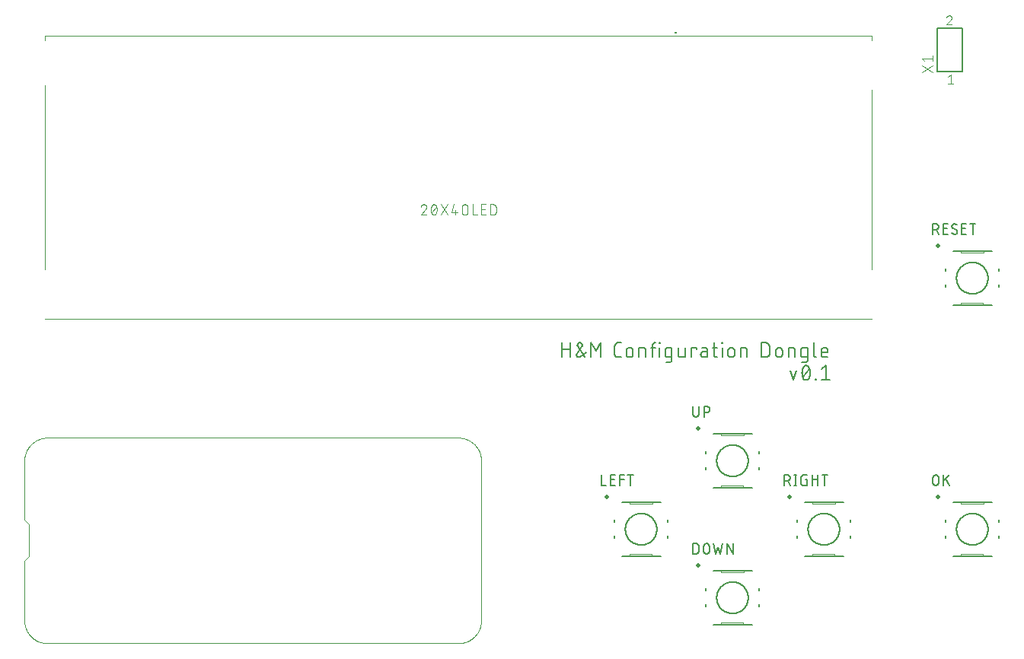
<source format=gbr>
G04 EAGLE Gerber RS-274X export*
G75*
%MOMM*%
%FSLAX34Y34*%
%LPD*%
%INSilkscreen Top*%
%IPPOS*%
%AMOC8*
5,1,8,0,0,1.08239X$1,22.5*%
G01*
%ADD10C,0.152400*%
%ADD11C,0.100000*%
%ADD12C,0.100000*%
%ADD13C,0.101600*%
%ADD14C,0.000000*%
%ADD15C,0.203200*%
%ADD16C,0.076200*%
%ADD17C,0.050800*%
%ADD18C,0.500000*%
%ADD19C,0.127000*%


D10*
X610362Y318262D02*
X610362Y334518D01*
X610362Y327293D02*
X619393Y327293D01*
X619393Y334518D02*
X619393Y318262D01*
X628131Y330454D02*
X628080Y330541D01*
X628031Y330630D01*
X627986Y330720D01*
X627945Y330812D01*
X627907Y330906D01*
X627872Y331001D01*
X627842Y331097D01*
X627814Y331194D01*
X627791Y331292D01*
X627771Y331392D01*
X627756Y331491D01*
X627743Y331592D01*
X627735Y331692D01*
X627731Y331793D01*
X627730Y331894D01*
X627733Y331995D01*
X627741Y332096D01*
X627751Y332196D01*
X627766Y332296D01*
X627785Y332396D01*
X627807Y332494D01*
X627833Y332592D01*
X627863Y332688D01*
X627896Y332784D01*
X627933Y332878D01*
X627973Y332970D01*
X628017Y333061D01*
X628065Y333150D01*
X628115Y333238D01*
X628169Y333323D01*
X628227Y333406D01*
X628287Y333487D01*
X628350Y333566D01*
X628417Y333642D01*
X628486Y333716D01*
X628558Y333787D01*
X628632Y333855D01*
X628709Y333920D01*
X628789Y333982D01*
X628870Y334042D01*
X628954Y334098D01*
X629041Y334151D01*
X629129Y334200D01*
X629218Y334246D01*
X629310Y334289D01*
X629403Y334328D01*
X629497Y334364D01*
X629593Y334396D01*
X629690Y334425D01*
X629788Y334449D01*
X629887Y334470D01*
X629986Y334487D01*
X630087Y334501D01*
X630187Y334510D01*
X630288Y334516D01*
X630389Y334518D01*
X628131Y330454D02*
X635808Y318262D01*
X632647Y330454D02*
X632698Y330541D01*
X632747Y330630D01*
X632792Y330720D01*
X632833Y330812D01*
X632871Y330906D01*
X632906Y331001D01*
X632936Y331097D01*
X632964Y331194D01*
X632987Y331292D01*
X633007Y331392D01*
X633022Y331491D01*
X633035Y331592D01*
X633043Y331692D01*
X633047Y331793D01*
X633048Y331894D01*
X633045Y331995D01*
X633037Y332096D01*
X633027Y332196D01*
X633012Y332296D01*
X632993Y332396D01*
X632971Y332494D01*
X632945Y332592D01*
X632915Y332688D01*
X632882Y332784D01*
X632845Y332878D01*
X632805Y332970D01*
X632761Y333061D01*
X632713Y333150D01*
X632663Y333238D01*
X632609Y333323D01*
X632551Y333406D01*
X632491Y333487D01*
X632428Y333566D01*
X632361Y333642D01*
X632292Y333716D01*
X632220Y333787D01*
X632146Y333855D01*
X632069Y333920D01*
X631989Y333982D01*
X631908Y334042D01*
X631824Y334098D01*
X631737Y334151D01*
X631649Y334200D01*
X631560Y334246D01*
X631468Y334289D01*
X631375Y334328D01*
X631281Y334364D01*
X631185Y334396D01*
X631088Y334425D01*
X630990Y334449D01*
X630891Y334470D01*
X630792Y334487D01*
X630691Y334501D01*
X630591Y334510D01*
X630490Y334516D01*
X630389Y334518D01*
X626777Y320971D02*
X626779Y320870D01*
X626785Y320769D01*
X626794Y320668D01*
X626807Y320567D01*
X626824Y320467D01*
X626845Y320368D01*
X626869Y320270D01*
X626897Y320173D01*
X626929Y320076D01*
X626964Y319981D01*
X627003Y319888D01*
X627045Y319796D01*
X627091Y319705D01*
X627140Y319617D01*
X627192Y319530D01*
X627248Y319445D01*
X627306Y319362D01*
X627368Y319282D01*
X627433Y319204D01*
X627500Y319128D01*
X627570Y319055D01*
X627643Y318985D01*
X627719Y318918D01*
X627797Y318853D01*
X627877Y318791D01*
X627960Y318733D01*
X628045Y318677D01*
X628132Y318625D01*
X628220Y318576D01*
X628311Y318530D01*
X628403Y318488D01*
X628496Y318449D01*
X628591Y318414D01*
X628688Y318382D01*
X628785Y318354D01*
X628883Y318330D01*
X628982Y318309D01*
X629082Y318292D01*
X629183Y318279D01*
X629284Y318270D01*
X629385Y318264D01*
X629486Y318262D01*
X626777Y320971D02*
X626779Y321062D01*
X626784Y321152D01*
X626793Y321243D01*
X626806Y321333D01*
X626822Y321422D01*
X626842Y321511D01*
X626866Y321598D01*
X626893Y321685D01*
X626923Y321771D01*
X626957Y321855D01*
X626994Y321938D01*
X627035Y322019D01*
X627079Y322098D01*
X627126Y322176D01*
X627176Y322252D01*
X627229Y322326D01*
X627228Y322326D02*
X632647Y330454D01*
X630841Y318714D02*
X630767Y318661D01*
X630691Y318611D01*
X630613Y318564D01*
X630534Y318520D01*
X630453Y318479D01*
X630370Y318442D01*
X630286Y318408D01*
X630200Y318378D01*
X630113Y318351D01*
X630026Y318327D01*
X629937Y318307D01*
X629848Y318291D01*
X629758Y318278D01*
X629667Y318269D01*
X629577Y318264D01*
X629486Y318262D01*
X630841Y318714D02*
X637614Y323681D01*
X642806Y318262D02*
X642806Y334518D01*
X648224Y325487D01*
X653643Y334518D01*
X653643Y318262D01*
X672813Y318262D02*
X676425Y318262D01*
X672813Y318262D02*
X672695Y318264D01*
X672577Y318270D01*
X672459Y318279D01*
X672342Y318293D01*
X672225Y318310D01*
X672108Y318331D01*
X671993Y318356D01*
X671878Y318385D01*
X671764Y318418D01*
X671652Y318454D01*
X671541Y318494D01*
X671431Y318537D01*
X671322Y318584D01*
X671215Y318634D01*
X671110Y318689D01*
X671007Y318746D01*
X670906Y318807D01*
X670806Y318871D01*
X670709Y318938D01*
X670614Y319008D01*
X670522Y319082D01*
X670431Y319158D01*
X670344Y319238D01*
X670259Y319320D01*
X670177Y319405D01*
X670097Y319492D01*
X670021Y319583D01*
X669947Y319675D01*
X669877Y319770D01*
X669810Y319867D01*
X669746Y319967D01*
X669685Y320068D01*
X669628Y320171D01*
X669573Y320276D01*
X669523Y320383D01*
X669476Y320492D01*
X669433Y320602D01*
X669393Y320713D01*
X669357Y320825D01*
X669324Y320939D01*
X669295Y321054D01*
X669270Y321169D01*
X669249Y321286D01*
X669232Y321403D01*
X669218Y321520D01*
X669209Y321638D01*
X669203Y321756D01*
X669201Y321874D01*
X669200Y321874D02*
X669200Y330906D01*
X669201Y330906D02*
X669203Y331024D01*
X669209Y331142D01*
X669218Y331260D01*
X669232Y331377D01*
X669249Y331494D01*
X669270Y331611D01*
X669295Y331726D01*
X669324Y331841D01*
X669357Y331955D01*
X669393Y332067D01*
X669433Y332178D01*
X669476Y332288D01*
X669523Y332397D01*
X669573Y332504D01*
X669627Y332609D01*
X669685Y332712D01*
X669746Y332813D01*
X669810Y332913D01*
X669877Y333010D01*
X669947Y333105D01*
X670021Y333197D01*
X670097Y333288D01*
X670177Y333375D01*
X670259Y333460D01*
X670344Y333542D01*
X670431Y333622D01*
X670522Y333698D01*
X670614Y333772D01*
X670709Y333842D01*
X670806Y333909D01*
X670906Y333973D01*
X671007Y334034D01*
X671110Y334091D01*
X671215Y334145D01*
X671322Y334196D01*
X671431Y334243D01*
X671541Y334286D01*
X671652Y334326D01*
X671764Y334362D01*
X671878Y334395D01*
X671993Y334424D01*
X672108Y334449D01*
X672225Y334470D01*
X672342Y334487D01*
X672459Y334501D01*
X672577Y334510D01*
X672695Y334516D01*
X672813Y334518D01*
X676425Y334518D01*
X682127Y325487D02*
X682127Y321874D01*
X682127Y325487D02*
X682129Y325606D01*
X682135Y325726D01*
X682145Y325845D01*
X682159Y325963D01*
X682176Y326082D01*
X682198Y326199D01*
X682223Y326316D01*
X682253Y326431D01*
X682286Y326546D01*
X682323Y326660D01*
X682363Y326772D01*
X682408Y326883D01*
X682456Y326992D01*
X682507Y327100D01*
X682562Y327206D01*
X682621Y327310D01*
X682683Y327412D01*
X682748Y327512D01*
X682817Y327610D01*
X682889Y327706D01*
X682964Y327799D01*
X683041Y327889D01*
X683122Y327977D01*
X683206Y328062D01*
X683293Y328144D01*
X683382Y328224D01*
X683474Y328300D01*
X683568Y328374D01*
X683665Y328444D01*
X683763Y328511D01*
X683864Y328575D01*
X683968Y328635D01*
X684073Y328692D01*
X684180Y328745D01*
X684288Y328795D01*
X684398Y328841D01*
X684510Y328883D01*
X684623Y328922D01*
X684737Y328957D01*
X684852Y328988D01*
X684969Y329016D01*
X685086Y329039D01*
X685203Y329059D01*
X685322Y329075D01*
X685441Y329087D01*
X685560Y329095D01*
X685679Y329099D01*
X685799Y329099D01*
X685918Y329095D01*
X686037Y329087D01*
X686156Y329075D01*
X686275Y329059D01*
X686392Y329039D01*
X686509Y329016D01*
X686626Y328988D01*
X686741Y328957D01*
X686855Y328922D01*
X686968Y328883D01*
X687080Y328841D01*
X687190Y328795D01*
X687298Y328745D01*
X687405Y328692D01*
X687510Y328635D01*
X687614Y328575D01*
X687715Y328511D01*
X687813Y328444D01*
X687910Y328374D01*
X688004Y328300D01*
X688096Y328224D01*
X688185Y328144D01*
X688272Y328062D01*
X688356Y327977D01*
X688437Y327889D01*
X688514Y327799D01*
X688589Y327706D01*
X688661Y327610D01*
X688730Y327512D01*
X688795Y327412D01*
X688857Y327310D01*
X688916Y327206D01*
X688971Y327100D01*
X689022Y326992D01*
X689070Y326883D01*
X689115Y326772D01*
X689155Y326660D01*
X689192Y326546D01*
X689225Y326431D01*
X689255Y326316D01*
X689280Y326199D01*
X689302Y326082D01*
X689319Y325963D01*
X689333Y325845D01*
X689343Y325726D01*
X689349Y325606D01*
X689351Y325487D01*
X689352Y325487D02*
X689352Y321874D01*
X689351Y321874D02*
X689349Y321755D01*
X689343Y321635D01*
X689333Y321516D01*
X689319Y321398D01*
X689302Y321279D01*
X689280Y321162D01*
X689255Y321045D01*
X689225Y320930D01*
X689192Y320815D01*
X689155Y320701D01*
X689115Y320589D01*
X689070Y320478D01*
X689022Y320369D01*
X688971Y320261D01*
X688916Y320155D01*
X688857Y320051D01*
X688795Y319949D01*
X688730Y319849D01*
X688661Y319751D01*
X688589Y319655D01*
X688514Y319562D01*
X688437Y319472D01*
X688356Y319384D01*
X688272Y319299D01*
X688185Y319217D01*
X688096Y319137D01*
X688004Y319061D01*
X687910Y318987D01*
X687813Y318917D01*
X687715Y318850D01*
X687614Y318786D01*
X687510Y318726D01*
X687405Y318669D01*
X687298Y318616D01*
X687190Y318566D01*
X687080Y318520D01*
X686968Y318478D01*
X686855Y318439D01*
X686741Y318404D01*
X686626Y318373D01*
X686509Y318345D01*
X686392Y318322D01*
X686275Y318302D01*
X686156Y318286D01*
X686037Y318274D01*
X685918Y318266D01*
X685799Y318262D01*
X685679Y318262D01*
X685560Y318266D01*
X685441Y318274D01*
X685322Y318286D01*
X685203Y318302D01*
X685086Y318322D01*
X684969Y318345D01*
X684852Y318373D01*
X684737Y318404D01*
X684623Y318439D01*
X684510Y318478D01*
X684398Y318520D01*
X684288Y318566D01*
X684180Y318616D01*
X684073Y318669D01*
X683968Y318726D01*
X683864Y318786D01*
X683763Y318850D01*
X683665Y318917D01*
X683568Y318987D01*
X683474Y319061D01*
X683382Y319137D01*
X683293Y319217D01*
X683206Y319299D01*
X683122Y319384D01*
X683041Y319472D01*
X682964Y319562D01*
X682889Y319655D01*
X682817Y319751D01*
X682748Y319849D01*
X682683Y319949D01*
X682621Y320051D01*
X682562Y320155D01*
X682507Y320261D01*
X682456Y320369D01*
X682408Y320478D01*
X682363Y320589D01*
X682323Y320701D01*
X682286Y320815D01*
X682253Y320930D01*
X682223Y321045D01*
X682198Y321162D01*
X682176Y321279D01*
X682159Y321398D01*
X682145Y321516D01*
X682135Y321635D01*
X682129Y321755D01*
X682127Y321874D01*
X696195Y318262D02*
X696195Y329099D01*
X700710Y329099D01*
X700814Y329097D01*
X700917Y329091D01*
X701021Y329081D01*
X701124Y329067D01*
X701226Y329049D01*
X701327Y329028D01*
X701428Y329002D01*
X701527Y328973D01*
X701626Y328940D01*
X701723Y328903D01*
X701818Y328862D01*
X701912Y328818D01*
X702004Y328770D01*
X702094Y328719D01*
X702183Y328664D01*
X702269Y328606D01*
X702352Y328544D01*
X702434Y328480D01*
X702512Y328412D01*
X702588Y328342D01*
X702662Y328269D01*
X702732Y328192D01*
X702800Y328114D01*
X702864Y328032D01*
X702926Y327949D01*
X702984Y327863D01*
X703039Y327774D01*
X703090Y327684D01*
X703138Y327592D01*
X703182Y327498D01*
X703223Y327403D01*
X703260Y327306D01*
X703293Y327207D01*
X703322Y327108D01*
X703348Y327007D01*
X703369Y326906D01*
X703387Y326804D01*
X703401Y326701D01*
X703411Y326597D01*
X703417Y326494D01*
X703419Y326390D01*
X703420Y326390D02*
X703420Y318262D01*
X711151Y318262D02*
X711151Y331809D01*
X711153Y331913D01*
X711159Y332016D01*
X711169Y332120D01*
X711183Y332223D01*
X711201Y332325D01*
X711222Y332426D01*
X711248Y332527D01*
X711277Y332626D01*
X711310Y332725D01*
X711347Y332822D01*
X711388Y332917D01*
X711432Y333011D01*
X711480Y333103D01*
X711531Y333193D01*
X711586Y333282D01*
X711644Y333368D01*
X711706Y333451D01*
X711770Y333533D01*
X711838Y333611D01*
X711908Y333687D01*
X711981Y333761D01*
X712058Y333831D01*
X712136Y333899D01*
X712218Y333963D01*
X712301Y334025D01*
X712387Y334083D01*
X712476Y334138D01*
X712566Y334189D01*
X712658Y334237D01*
X712752Y334281D01*
X712847Y334322D01*
X712944Y334359D01*
X713043Y334392D01*
X713142Y334421D01*
X713243Y334447D01*
X713344Y334468D01*
X713446Y334486D01*
X713549Y334500D01*
X713653Y334510D01*
X713756Y334516D01*
X713860Y334518D01*
X714763Y334518D01*
X714763Y329099D02*
X709344Y329099D01*
X719086Y329099D02*
X719086Y318262D01*
X718634Y333615D02*
X718634Y334518D01*
X719537Y334518D01*
X719537Y333615D01*
X718634Y333615D01*
X728009Y318262D02*
X732525Y318262D01*
X728009Y318262D02*
X727908Y318264D01*
X727807Y318270D01*
X727706Y318279D01*
X727605Y318292D01*
X727505Y318309D01*
X727406Y318330D01*
X727308Y318354D01*
X727211Y318382D01*
X727114Y318414D01*
X727019Y318449D01*
X726926Y318488D01*
X726834Y318530D01*
X726743Y318576D01*
X726655Y318625D01*
X726568Y318677D01*
X726483Y318733D01*
X726400Y318791D01*
X726320Y318853D01*
X726242Y318918D01*
X726166Y318985D01*
X726093Y319055D01*
X726023Y319128D01*
X725956Y319204D01*
X725891Y319282D01*
X725829Y319362D01*
X725771Y319445D01*
X725715Y319530D01*
X725663Y319617D01*
X725614Y319705D01*
X725568Y319796D01*
X725526Y319888D01*
X725487Y319981D01*
X725452Y320076D01*
X725420Y320173D01*
X725392Y320270D01*
X725368Y320368D01*
X725347Y320467D01*
X725330Y320567D01*
X725317Y320668D01*
X725308Y320769D01*
X725302Y320870D01*
X725300Y320971D01*
X725300Y326390D01*
X725302Y326491D01*
X725308Y326592D01*
X725317Y326693D01*
X725330Y326794D01*
X725347Y326894D01*
X725368Y326993D01*
X725392Y327091D01*
X725420Y327188D01*
X725452Y327285D01*
X725487Y327380D01*
X725526Y327473D01*
X725568Y327565D01*
X725614Y327656D01*
X725663Y327745D01*
X725715Y327831D01*
X725771Y327916D01*
X725829Y327999D01*
X725891Y328079D01*
X725956Y328157D01*
X726023Y328233D01*
X726093Y328306D01*
X726166Y328376D01*
X726242Y328443D01*
X726320Y328508D01*
X726400Y328570D01*
X726483Y328628D01*
X726568Y328684D01*
X726655Y328736D01*
X726743Y328785D01*
X726834Y328831D01*
X726926Y328873D01*
X727019Y328912D01*
X727114Y328947D01*
X727211Y328979D01*
X727308Y329007D01*
X727406Y329031D01*
X727505Y329052D01*
X727605Y329069D01*
X727706Y329082D01*
X727807Y329091D01*
X727908Y329097D01*
X728009Y329099D01*
X732525Y329099D01*
X732525Y315553D01*
X732524Y315553D02*
X732522Y315449D01*
X732516Y315346D01*
X732506Y315242D01*
X732492Y315139D01*
X732474Y315037D01*
X732453Y314936D01*
X732427Y314835D01*
X732398Y314736D01*
X732365Y314637D01*
X732328Y314540D01*
X732287Y314445D01*
X732243Y314351D01*
X732195Y314259D01*
X732144Y314169D01*
X732089Y314080D01*
X732031Y313994D01*
X731969Y313911D01*
X731905Y313829D01*
X731837Y313751D01*
X731767Y313675D01*
X731694Y313601D01*
X731617Y313531D01*
X731539Y313463D01*
X731457Y313399D01*
X731374Y313337D01*
X731288Y313279D01*
X731199Y313224D01*
X731109Y313173D01*
X731017Y313125D01*
X730923Y313081D01*
X730828Y313040D01*
X730731Y313003D01*
X730632Y312970D01*
X730533Y312941D01*
X730432Y312915D01*
X730331Y312894D01*
X730229Y312876D01*
X730126Y312862D01*
X730022Y312852D01*
X729919Y312846D01*
X729815Y312844D01*
X729815Y312843D02*
X726203Y312843D01*
X739962Y320971D02*
X739962Y329099D01*
X739962Y320971D02*
X739964Y320870D01*
X739970Y320769D01*
X739979Y320668D01*
X739992Y320567D01*
X740009Y320467D01*
X740030Y320368D01*
X740054Y320270D01*
X740082Y320173D01*
X740114Y320076D01*
X740149Y319981D01*
X740188Y319888D01*
X740230Y319796D01*
X740276Y319705D01*
X740325Y319617D01*
X740377Y319530D01*
X740433Y319445D01*
X740491Y319362D01*
X740553Y319282D01*
X740618Y319204D01*
X740685Y319128D01*
X740755Y319055D01*
X740828Y318985D01*
X740904Y318918D01*
X740982Y318853D01*
X741062Y318791D01*
X741145Y318733D01*
X741230Y318677D01*
X741317Y318625D01*
X741405Y318576D01*
X741496Y318530D01*
X741588Y318488D01*
X741681Y318449D01*
X741776Y318414D01*
X741873Y318382D01*
X741970Y318354D01*
X742068Y318330D01*
X742167Y318309D01*
X742267Y318292D01*
X742368Y318279D01*
X742469Y318270D01*
X742570Y318264D01*
X742671Y318262D01*
X747187Y318262D01*
X747187Y329099D01*
X754636Y329099D02*
X754636Y318262D01*
X754636Y329099D02*
X760055Y329099D01*
X760055Y327293D01*
X768060Y324584D02*
X772124Y324584D01*
X768060Y324584D02*
X767948Y324582D01*
X767837Y324576D01*
X767726Y324566D01*
X767615Y324553D01*
X767505Y324535D01*
X767396Y324513D01*
X767287Y324488D01*
X767179Y324459D01*
X767073Y324426D01*
X766967Y324389D01*
X766863Y324349D01*
X766761Y324305D01*
X766660Y324257D01*
X766561Y324206D01*
X766463Y324151D01*
X766368Y324093D01*
X766275Y324032D01*
X766184Y323967D01*
X766095Y323899D01*
X766009Y323828D01*
X765926Y323755D01*
X765845Y323678D01*
X765766Y323598D01*
X765691Y323516D01*
X765619Y323431D01*
X765549Y323344D01*
X765483Y323254D01*
X765420Y323162D01*
X765360Y323067D01*
X765304Y322971D01*
X765251Y322873D01*
X765202Y322773D01*
X765156Y322671D01*
X765114Y322568D01*
X765075Y322463D01*
X765040Y322357D01*
X765009Y322250D01*
X764982Y322142D01*
X764958Y322033D01*
X764939Y321923D01*
X764923Y321813D01*
X764911Y321702D01*
X764903Y321590D01*
X764899Y321479D01*
X764899Y321367D01*
X764903Y321256D01*
X764911Y321144D01*
X764923Y321033D01*
X764939Y320923D01*
X764958Y320813D01*
X764982Y320704D01*
X765009Y320596D01*
X765040Y320489D01*
X765075Y320383D01*
X765114Y320278D01*
X765156Y320175D01*
X765202Y320073D01*
X765251Y319973D01*
X765304Y319875D01*
X765360Y319779D01*
X765420Y319684D01*
X765483Y319592D01*
X765549Y319502D01*
X765619Y319415D01*
X765691Y319330D01*
X765766Y319248D01*
X765845Y319168D01*
X765926Y319091D01*
X766009Y319018D01*
X766095Y318947D01*
X766184Y318879D01*
X766275Y318814D01*
X766368Y318753D01*
X766463Y318695D01*
X766561Y318640D01*
X766660Y318589D01*
X766761Y318541D01*
X766863Y318497D01*
X766967Y318457D01*
X767073Y318420D01*
X767179Y318387D01*
X767287Y318358D01*
X767396Y318333D01*
X767505Y318311D01*
X767615Y318293D01*
X767726Y318280D01*
X767837Y318270D01*
X767948Y318264D01*
X768060Y318262D01*
X772124Y318262D01*
X772124Y326390D01*
X772123Y326390D02*
X772121Y326491D01*
X772115Y326592D01*
X772106Y326693D01*
X772093Y326794D01*
X772076Y326894D01*
X772055Y326993D01*
X772031Y327091D01*
X772003Y327188D01*
X771971Y327285D01*
X771936Y327380D01*
X771897Y327473D01*
X771855Y327565D01*
X771809Y327656D01*
X771760Y327745D01*
X771708Y327831D01*
X771652Y327916D01*
X771594Y327999D01*
X771532Y328079D01*
X771467Y328157D01*
X771400Y328233D01*
X771330Y328306D01*
X771257Y328376D01*
X771181Y328443D01*
X771103Y328508D01*
X771023Y328570D01*
X770940Y328628D01*
X770855Y328684D01*
X770769Y328736D01*
X770680Y328785D01*
X770589Y328831D01*
X770497Y328873D01*
X770404Y328912D01*
X770309Y328947D01*
X770212Y328979D01*
X770115Y329007D01*
X770017Y329031D01*
X769918Y329052D01*
X769818Y329069D01*
X769717Y329082D01*
X769616Y329091D01*
X769515Y329097D01*
X769414Y329099D01*
X765802Y329099D01*
X777743Y329099D02*
X783162Y329099D01*
X779549Y334518D02*
X779549Y320971D01*
X779551Y320870D01*
X779557Y320769D01*
X779566Y320668D01*
X779579Y320567D01*
X779596Y320467D01*
X779617Y320368D01*
X779641Y320270D01*
X779669Y320173D01*
X779701Y320076D01*
X779736Y319981D01*
X779775Y319888D01*
X779817Y319796D01*
X779863Y319705D01*
X779912Y319617D01*
X779964Y319530D01*
X780020Y319445D01*
X780078Y319362D01*
X780140Y319282D01*
X780205Y319204D01*
X780272Y319128D01*
X780342Y319055D01*
X780415Y318985D01*
X780491Y318918D01*
X780569Y318853D01*
X780649Y318791D01*
X780732Y318733D01*
X780817Y318677D01*
X780904Y318625D01*
X780992Y318576D01*
X781083Y318530D01*
X781175Y318488D01*
X781268Y318449D01*
X781363Y318414D01*
X781460Y318382D01*
X781557Y318354D01*
X781655Y318330D01*
X781754Y318309D01*
X781854Y318292D01*
X781955Y318279D01*
X782056Y318270D01*
X782157Y318264D01*
X782258Y318262D01*
X783162Y318262D01*
X788905Y318262D02*
X788905Y329099D01*
X788454Y333615D02*
X788454Y334518D01*
X789357Y334518D01*
X789357Y333615D01*
X788454Y333615D01*
X795192Y325487D02*
X795192Y321874D01*
X795193Y325487D02*
X795195Y325606D01*
X795201Y325726D01*
X795211Y325845D01*
X795225Y325963D01*
X795242Y326082D01*
X795264Y326199D01*
X795289Y326316D01*
X795319Y326431D01*
X795352Y326546D01*
X795389Y326660D01*
X795429Y326772D01*
X795474Y326883D01*
X795522Y326992D01*
X795573Y327100D01*
X795628Y327206D01*
X795687Y327310D01*
X795749Y327412D01*
X795814Y327512D01*
X795883Y327610D01*
X795955Y327706D01*
X796030Y327799D01*
X796107Y327889D01*
X796188Y327977D01*
X796272Y328062D01*
X796359Y328144D01*
X796448Y328224D01*
X796540Y328300D01*
X796634Y328374D01*
X796731Y328444D01*
X796829Y328511D01*
X796930Y328575D01*
X797034Y328635D01*
X797139Y328692D01*
X797246Y328745D01*
X797354Y328795D01*
X797464Y328841D01*
X797576Y328883D01*
X797689Y328922D01*
X797803Y328957D01*
X797918Y328988D01*
X798035Y329016D01*
X798152Y329039D01*
X798269Y329059D01*
X798388Y329075D01*
X798507Y329087D01*
X798626Y329095D01*
X798745Y329099D01*
X798865Y329099D01*
X798984Y329095D01*
X799103Y329087D01*
X799222Y329075D01*
X799341Y329059D01*
X799458Y329039D01*
X799575Y329016D01*
X799692Y328988D01*
X799807Y328957D01*
X799921Y328922D01*
X800034Y328883D01*
X800146Y328841D01*
X800256Y328795D01*
X800364Y328745D01*
X800471Y328692D01*
X800576Y328635D01*
X800680Y328575D01*
X800781Y328511D01*
X800879Y328444D01*
X800976Y328374D01*
X801070Y328300D01*
X801162Y328224D01*
X801251Y328144D01*
X801338Y328062D01*
X801422Y327977D01*
X801503Y327889D01*
X801580Y327799D01*
X801655Y327706D01*
X801727Y327610D01*
X801796Y327512D01*
X801861Y327412D01*
X801923Y327310D01*
X801982Y327206D01*
X802037Y327100D01*
X802088Y326992D01*
X802136Y326883D01*
X802181Y326772D01*
X802221Y326660D01*
X802258Y326546D01*
X802291Y326431D01*
X802321Y326316D01*
X802346Y326199D01*
X802368Y326082D01*
X802385Y325963D01*
X802399Y325845D01*
X802409Y325726D01*
X802415Y325606D01*
X802417Y325487D01*
X802417Y321874D01*
X802415Y321755D01*
X802409Y321635D01*
X802399Y321516D01*
X802385Y321398D01*
X802368Y321279D01*
X802346Y321162D01*
X802321Y321045D01*
X802291Y320930D01*
X802258Y320815D01*
X802221Y320701D01*
X802181Y320589D01*
X802136Y320478D01*
X802088Y320369D01*
X802037Y320261D01*
X801982Y320155D01*
X801923Y320051D01*
X801861Y319949D01*
X801796Y319849D01*
X801727Y319751D01*
X801655Y319655D01*
X801580Y319562D01*
X801503Y319472D01*
X801422Y319384D01*
X801338Y319299D01*
X801251Y319217D01*
X801162Y319137D01*
X801070Y319061D01*
X800976Y318987D01*
X800879Y318917D01*
X800781Y318850D01*
X800680Y318786D01*
X800576Y318726D01*
X800471Y318669D01*
X800364Y318616D01*
X800256Y318566D01*
X800146Y318520D01*
X800034Y318478D01*
X799921Y318439D01*
X799807Y318404D01*
X799692Y318373D01*
X799575Y318345D01*
X799458Y318322D01*
X799341Y318302D01*
X799222Y318286D01*
X799103Y318274D01*
X798984Y318266D01*
X798865Y318262D01*
X798745Y318262D01*
X798626Y318266D01*
X798507Y318274D01*
X798388Y318286D01*
X798269Y318302D01*
X798152Y318322D01*
X798035Y318345D01*
X797918Y318373D01*
X797803Y318404D01*
X797689Y318439D01*
X797576Y318478D01*
X797464Y318520D01*
X797354Y318566D01*
X797246Y318616D01*
X797139Y318669D01*
X797034Y318726D01*
X796930Y318786D01*
X796829Y318850D01*
X796731Y318917D01*
X796634Y318987D01*
X796540Y319061D01*
X796448Y319137D01*
X796359Y319217D01*
X796272Y319299D01*
X796188Y319384D01*
X796107Y319472D01*
X796030Y319562D01*
X795955Y319655D01*
X795883Y319751D01*
X795814Y319849D01*
X795749Y319949D01*
X795687Y320051D01*
X795628Y320155D01*
X795573Y320261D01*
X795522Y320369D01*
X795474Y320478D01*
X795429Y320589D01*
X795389Y320701D01*
X795352Y320815D01*
X795319Y320930D01*
X795289Y321045D01*
X795264Y321162D01*
X795242Y321279D01*
X795225Y321398D01*
X795211Y321516D01*
X795201Y321635D01*
X795195Y321755D01*
X795193Y321874D01*
X809260Y318262D02*
X809260Y329099D01*
X813776Y329099D01*
X813880Y329097D01*
X813983Y329091D01*
X814087Y329081D01*
X814190Y329067D01*
X814292Y329049D01*
X814393Y329028D01*
X814494Y329002D01*
X814593Y328973D01*
X814692Y328940D01*
X814789Y328903D01*
X814884Y328862D01*
X814978Y328818D01*
X815070Y328770D01*
X815160Y328719D01*
X815249Y328664D01*
X815335Y328606D01*
X815418Y328544D01*
X815500Y328480D01*
X815578Y328412D01*
X815654Y328342D01*
X815728Y328269D01*
X815798Y328192D01*
X815866Y328114D01*
X815930Y328032D01*
X815992Y327949D01*
X816050Y327863D01*
X816105Y327774D01*
X816156Y327684D01*
X816204Y327592D01*
X816248Y327498D01*
X816289Y327403D01*
X816326Y327306D01*
X816359Y327207D01*
X816388Y327108D01*
X816414Y327007D01*
X816435Y326906D01*
X816453Y326804D01*
X816467Y326701D01*
X816477Y326597D01*
X816483Y326494D01*
X816485Y326390D01*
X816485Y318262D01*
X832325Y318262D02*
X832325Y334518D01*
X836841Y334518D01*
X836972Y334516D01*
X837104Y334510D01*
X837235Y334501D01*
X837365Y334487D01*
X837496Y334470D01*
X837625Y334449D01*
X837754Y334425D01*
X837882Y334396D01*
X838010Y334364D01*
X838136Y334328D01*
X838261Y334289D01*
X838386Y334246D01*
X838508Y334199D01*
X838630Y334149D01*
X838750Y334095D01*
X838868Y334038D01*
X838984Y333977D01*
X839099Y333913D01*
X839212Y333846D01*
X839323Y333775D01*
X839431Y333701D01*
X839538Y333624D01*
X839642Y333544D01*
X839744Y333461D01*
X839843Y333376D01*
X839940Y333287D01*
X840034Y333195D01*
X840126Y333101D01*
X840215Y333004D01*
X840300Y332905D01*
X840383Y332803D01*
X840463Y332699D01*
X840540Y332592D01*
X840614Y332484D01*
X840685Y332373D01*
X840752Y332260D01*
X840816Y332145D01*
X840877Y332029D01*
X840934Y331911D01*
X840988Y331791D01*
X841038Y331669D01*
X841085Y331547D01*
X841128Y331422D01*
X841167Y331297D01*
X841203Y331171D01*
X841235Y331043D01*
X841264Y330915D01*
X841288Y330786D01*
X841309Y330657D01*
X841326Y330526D01*
X841340Y330396D01*
X841349Y330265D01*
X841355Y330133D01*
X841357Y330002D01*
X841356Y330002D02*
X841356Y322778D01*
X841357Y322778D02*
X841355Y322647D01*
X841349Y322515D01*
X841340Y322384D01*
X841326Y322254D01*
X841309Y322123D01*
X841288Y321994D01*
X841264Y321865D01*
X841235Y321737D01*
X841203Y321609D01*
X841167Y321483D01*
X841128Y321358D01*
X841085Y321233D01*
X841038Y321111D01*
X840988Y320989D01*
X840934Y320869D01*
X840877Y320751D01*
X840816Y320635D01*
X840752Y320520D01*
X840685Y320407D01*
X840614Y320296D01*
X840540Y320188D01*
X840463Y320081D01*
X840383Y319977D01*
X840300Y319875D01*
X840215Y319776D01*
X840126Y319679D01*
X840034Y319585D01*
X839940Y319493D01*
X839843Y319404D01*
X839744Y319319D01*
X839642Y319236D01*
X839538Y319156D01*
X839431Y319079D01*
X839323Y319005D01*
X839212Y318934D01*
X839099Y318867D01*
X838984Y318803D01*
X838868Y318742D01*
X838750Y318685D01*
X838630Y318631D01*
X838508Y318581D01*
X838386Y318534D01*
X838261Y318491D01*
X838136Y318452D01*
X838010Y318416D01*
X837882Y318384D01*
X837754Y318355D01*
X837625Y318331D01*
X837495Y318310D01*
X837365Y318293D01*
X837235Y318279D01*
X837104Y318270D01*
X836972Y318264D01*
X836841Y318262D01*
X832325Y318262D01*
X848339Y321874D02*
X848339Y325487D01*
X848341Y325606D01*
X848347Y325726D01*
X848357Y325845D01*
X848371Y325963D01*
X848388Y326082D01*
X848410Y326199D01*
X848435Y326316D01*
X848465Y326431D01*
X848498Y326546D01*
X848535Y326660D01*
X848575Y326772D01*
X848620Y326883D01*
X848668Y326992D01*
X848719Y327100D01*
X848774Y327206D01*
X848833Y327310D01*
X848895Y327412D01*
X848960Y327512D01*
X849029Y327610D01*
X849101Y327706D01*
X849176Y327799D01*
X849253Y327889D01*
X849334Y327977D01*
X849418Y328062D01*
X849505Y328144D01*
X849594Y328224D01*
X849686Y328300D01*
X849780Y328374D01*
X849877Y328444D01*
X849975Y328511D01*
X850076Y328575D01*
X850180Y328635D01*
X850285Y328692D01*
X850392Y328745D01*
X850500Y328795D01*
X850610Y328841D01*
X850722Y328883D01*
X850835Y328922D01*
X850949Y328957D01*
X851064Y328988D01*
X851181Y329016D01*
X851298Y329039D01*
X851415Y329059D01*
X851534Y329075D01*
X851653Y329087D01*
X851772Y329095D01*
X851891Y329099D01*
X852011Y329099D01*
X852130Y329095D01*
X852249Y329087D01*
X852368Y329075D01*
X852487Y329059D01*
X852604Y329039D01*
X852721Y329016D01*
X852838Y328988D01*
X852953Y328957D01*
X853067Y328922D01*
X853180Y328883D01*
X853292Y328841D01*
X853402Y328795D01*
X853510Y328745D01*
X853617Y328692D01*
X853722Y328635D01*
X853826Y328575D01*
X853927Y328511D01*
X854025Y328444D01*
X854122Y328374D01*
X854216Y328300D01*
X854308Y328224D01*
X854397Y328144D01*
X854484Y328062D01*
X854568Y327977D01*
X854649Y327889D01*
X854726Y327799D01*
X854801Y327706D01*
X854873Y327610D01*
X854942Y327512D01*
X855007Y327412D01*
X855069Y327310D01*
X855128Y327206D01*
X855183Y327100D01*
X855234Y326992D01*
X855282Y326883D01*
X855327Y326772D01*
X855367Y326660D01*
X855404Y326546D01*
X855437Y326431D01*
X855467Y326316D01*
X855492Y326199D01*
X855514Y326082D01*
X855531Y325963D01*
X855545Y325845D01*
X855555Y325726D01*
X855561Y325606D01*
X855563Y325487D01*
X855563Y321874D01*
X855561Y321755D01*
X855555Y321635D01*
X855545Y321516D01*
X855531Y321398D01*
X855514Y321279D01*
X855492Y321162D01*
X855467Y321045D01*
X855437Y320930D01*
X855404Y320815D01*
X855367Y320701D01*
X855327Y320589D01*
X855282Y320478D01*
X855234Y320369D01*
X855183Y320261D01*
X855128Y320155D01*
X855069Y320051D01*
X855007Y319949D01*
X854942Y319849D01*
X854873Y319751D01*
X854801Y319655D01*
X854726Y319562D01*
X854649Y319472D01*
X854568Y319384D01*
X854484Y319299D01*
X854397Y319217D01*
X854308Y319137D01*
X854216Y319061D01*
X854122Y318987D01*
X854025Y318917D01*
X853927Y318850D01*
X853826Y318786D01*
X853722Y318726D01*
X853617Y318669D01*
X853510Y318616D01*
X853402Y318566D01*
X853292Y318520D01*
X853180Y318478D01*
X853067Y318439D01*
X852953Y318404D01*
X852838Y318373D01*
X852721Y318345D01*
X852604Y318322D01*
X852487Y318302D01*
X852368Y318286D01*
X852249Y318274D01*
X852130Y318266D01*
X852011Y318262D01*
X851891Y318262D01*
X851772Y318266D01*
X851653Y318274D01*
X851534Y318286D01*
X851415Y318302D01*
X851298Y318322D01*
X851181Y318345D01*
X851064Y318373D01*
X850949Y318404D01*
X850835Y318439D01*
X850722Y318478D01*
X850610Y318520D01*
X850500Y318566D01*
X850392Y318616D01*
X850285Y318669D01*
X850180Y318726D01*
X850076Y318786D01*
X849975Y318850D01*
X849877Y318917D01*
X849780Y318987D01*
X849686Y319061D01*
X849594Y319137D01*
X849505Y319217D01*
X849418Y319299D01*
X849334Y319384D01*
X849253Y319472D01*
X849176Y319562D01*
X849101Y319655D01*
X849029Y319751D01*
X848960Y319849D01*
X848895Y319949D01*
X848833Y320051D01*
X848774Y320155D01*
X848719Y320261D01*
X848668Y320369D01*
X848620Y320478D01*
X848575Y320589D01*
X848535Y320701D01*
X848498Y320815D01*
X848465Y320930D01*
X848435Y321045D01*
X848410Y321162D01*
X848388Y321279D01*
X848371Y321398D01*
X848357Y321516D01*
X848347Y321635D01*
X848341Y321755D01*
X848339Y321874D01*
X862407Y318262D02*
X862407Y329099D01*
X866922Y329099D01*
X867026Y329097D01*
X867129Y329091D01*
X867233Y329081D01*
X867336Y329067D01*
X867438Y329049D01*
X867539Y329028D01*
X867640Y329002D01*
X867739Y328973D01*
X867838Y328940D01*
X867935Y328903D01*
X868030Y328862D01*
X868124Y328818D01*
X868216Y328770D01*
X868306Y328719D01*
X868395Y328664D01*
X868481Y328606D01*
X868564Y328544D01*
X868646Y328480D01*
X868724Y328412D01*
X868800Y328342D01*
X868874Y328269D01*
X868944Y328192D01*
X869012Y328114D01*
X869076Y328032D01*
X869138Y327949D01*
X869196Y327863D01*
X869251Y327774D01*
X869302Y327684D01*
X869350Y327592D01*
X869394Y327498D01*
X869435Y327403D01*
X869472Y327306D01*
X869505Y327207D01*
X869534Y327108D01*
X869560Y327007D01*
X869581Y326906D01*
X869599Y326804D01*
X869613Y326701D01*
X869623Y326597D01*
X869629Y326494D01*
X869631Y326390D01*
X869632Y326390D02*
X869632Y318262D01*
X879111Y318262D02*
X883626Y318262D01*
X879111Y318262D02*
X879010Y318264D01*
X878909Y318270D01*
X878808Y318279D01*
X878707Y318292D01*
X878607Y318309D01*
X878508Y318330D01*
X878410Y318354D01*
X878313Y318382D01*
X878216Y318414D01*
X878121Y318449D01*
X878028Y318488D01*
X877936Y318530D01*
X877845Y318576D01*
X877757Y318625D01*
X877670Y318677D01*
X877585Y318733D01*
X877502Y318791D01*
X877422Y318853D01*
X877344Y318918D01*
X877268Y318985D01*
X877195Y319055D01*
X877125Y319128D01*
X877058Y319204D01*
X876993Y319282D01*
X876931Y319362D01*
X876873Y319445D01*
X876817Y319530D01*
X876765Y319617D01*
X876716Y319705D01*
X876670Y319796D01*
X876628Y319888D01*
X876589Y319981D01*
X876554Y320076D01*
X876522Y320173D01*
X876494Y320270D01*
X876470Y320368D01*
X876449Y320467D01*
X876432Y320567D01*
X876419Y320668D01*
X876410Y320769D01*
X876404Y320870D01*
X876402Y320971D01*
X876401Y320971D02*
X876401Y326390D01*
X876402Y326390D02*
X876404Y326491D01*
X876410Y326592D01*
X876419Y326693D01*
X876432Y326794D01*
X876449Y326894D01*
X876470Y326993D01*
X876494Y327091D01*
X876522Y327188D01*
X876554Y327285D01*
X876589Y327380D01*
X876628Y327473D01*
X876670Y327565D01*
X876716Y327656D01*
X876765Y327745D01*
X876817Y327831D01*
X876873Y327916D01*
X876931Y327999D01*
X876993Y328079D01*
X877058Y328157D01*
X877125Y328233D01*
X877195Y328306D01*
X877268Y328376D01*
X877344Y328443D01*
X877422Y328508D01*
X877502Y328570D01*
X877585Y328628D01*
X877670Y328684D01*
X877757Y328736D01*
X877845Y328785D01*
X877936Y328831D01*
X878028Y328873D01*
X878121Y328912D01*
X878216Y328947D01*
X878313Y328979D01*
X878410Y329007D01*
X878508Y329031D01*
X878607Y329052D01*
X878707Y329069D01*
X878808Y329082D01*
X878909Y329091D01*
X879010Y329097D01*
X879111Y329099D01*
X883626Y329099D01*
X883626Y315553D01*
X883624Y315449D01*
X883618Y315346D01*
X883608Y315242D01*
X883594Y315139D01*
X883576Y315037D01*
X883555Y314936D01*
X883529Y314835D01*
X883500Y314736D01*
X883467Y314637D01*
X883430Y314540D01*
X883389Y314445D01*
X883345Y314351D01*
X883297Y314259D01*
X883246Y314169D01*
X883191Y314080D01*
X883133Y313994D01*
X883071Y313911D01*
X883007Y313829D01*
X882939Y313751D01*
X882869Y313675D01*
X882796Y313601D01*
X882719Y313531D01*
X882641Y313463D01*
X882559Y313399D01*
X882476Y313337D01*
X882390Y313279D01*
X882301Y313224D01*
X882211Y313173D01*
X882119Y313125D01*
X882025Y313081D01*
X881930Y313040D01*
X881833Y313003D01*
X881734Y312970D01*
X881635Y312941D01*
X881534Y312915D01*
X881433Y312894D01*
X881331Y312876D01*
X881228Y312862D01*
X881124Y312852D01*
X881021Y312846D01*
X880917Y312844D01*
X880917Y312843D02*
X877305Y312843D01*
X890780Y320971D02*
X890780Y334518D01*
X890780Y320971D02*
X890782Y320870D01*
X890788Y320769D01*
X890797Y320668D01*
X890810Y320567D01*
X890827Y320467D01*
X890848Y320368D01*
X890872Y320270D01*
X890900Y320173D01*
X890932Y320076D01*
X890967Y319981D01*
X891006Y319888D01*
X891048Y319796D01*
X891094Y319705D01*
X891143Y319617D01*
X891195Y319530D01*
X891251Y319445D01*
X891309Y319362D01*
X891371Y319282D01*
X891436Y319204D01*
X891503Y319128D01*
X891573Y319055D01*
X891646Y318985D01*
X891722Y318918D01*
X891800Y318853D01*
X891880Y318791D01*
X891963Y318733D01*
X892048Y318677D01*
X892135Y318625D01*
X892223Y318576D01*
X892314Y318530D01*
X892406Y318488D01*
X892499Y318449D01*
X892594Y318414D01*
X892691Y318382D01*
X892788Y318354D01*
X892886Y318330D01*
X892985Y318309D01*
X893085Y318292D01*
X893186Y318279D01*
X893287Y318270D01*
X893388Y318264D01*
X893489Y318262D01*
X901589Y318262D02*
X906104Y318262D01*
X901589Y318262D02*
X901488Y318264D01*
X901387Y318270D01*
X901286Y318279D01*
X901185Y318292D01*
X901085Y318309D01*
X900986Y318330D01*
X900888Y318354D01*
X900791Y318382D01*
X900694Y318414D01*
X900599Y318449D01*
X900506Y318488D01*
X900414Y318530D01*
X900323Y318576D01*
X900235Y318625D01*
X900148Y318677D01*
X900063Y318733D01*
X899980Y318791D01*
X899900Y318853D01*
X899822Y318918D01*
X899746Y318985D01*
X899673Y319055D01*
X899603Y319128D01*
X899536Y319204D01*
X899471Y319282D01*
X899409Y319362D01*
X899351Y319445D01*
X899295Y319530D01*
X899243Y319617D01*
X899194Y319705D01*
X899148Y319796D01*
X899106Y319888D01*
X899067Y319981D01*
X899032Y320076D01*
X899000Y320173D01*
X898972Y320270D01*
X898948Y320368D01*
X898927Y320467D01*
X898910Y320567D01*
X898897Y320668D01*
X898888Y320769D01*
X898882Y320870D01*
X898880Y320971D01*
X898879Y320971D02*
X898879Y325487D01*
X898880Y325487D02*
X898882Y325606D01*
X898888Y325726D01*
X898898Y325845D01*
X898912Y325963D01*
X898929Y326082D01*
X898951Y326199D01*
X898976Y326316D01*
X899006Y326431D01*
X899039Y326546D01*
X899076Y326660D01*
X899116Y326772D01*
X899161Y326883D01*
X899209Y326992D01*
X899260Y327100D01*
X899315Y327206D01*
X899374Y327310D01*
X899436Y327412D01*
X899501Y327512D01*
X899570Y327610D01*
X899642Y327706D01*
X899717Y327799D01*
X899794Y327889D01*
X899875Y327977D01*
X899959Y328062D01*
X900046Y328144D01*
X900135Y328224D01*
X900227Y328300D01*
X900321Y328374D01*
X900418Y328444D01*
X900516Y328511D01*
X900617Y328575D01*
X900721Y328635D01*
X900826Y328692D01*
X900933Y328745D01*
X901041Y328795D01*
X901151Y328841D01*
X901263Y328883D01*
X901376Y328922D01*
X901490Y328957D01*
X901605Y328988D01*
X901722Y329016D01*
X901839Y329039D01*
X901956Y329059D01*
X902075Y329075D01*
X902194Y329087D01*
X902313Y329095D01*
X902432Y329099D01*
X902552Y329099D01*
X902671Y329095D01*
X902790Y329087D01*
X902909Y329075D01*
X903028Y329059D01*
X903145Y329039D01*
X903262Y329016D01*
X903379Y328988D01*
X903494Y328957D01*
X903608Y328922D01*
X903721Y328883D01*
X903833Y328841D01*
X903943Y328795D01*
X904051Y328745D01*
X904158Y328692D01*
X904263Y328635D01*
X904367Y328575D01*
X904468Y328511D01*
X904566Y328444D01*
X904663Y328374D01*
X904757Y328300D01*
X904849Y328224D01*
X904938Y328144D01*
X905025Y328062D01*
X905109Y327977D01*
X905190Y327889D01*
X905267Y327799D01*
X905342Y327706D01*
X905414Y327610D01*
X905483Y327512D01*
X905548Y327412D01*
X905610Y327310D01*
X905669Y327206D01*
X905724Y327100D01*
X905775Y326992D01*
X905823Y326883D01*
X905868Y326772D01*
X905908Y326660D01*
X905945Y326546D01*
X905978Y326431D01*
X906008Y326316D01*
X906033Y326199D01*
X906055Y326082D01*
X906072Y325963D01*
X906086Y325845D01*
X906096Y325726D01*
X906102Y325606D01*
X906104Y325487D01*
X906104Y323681D01*
X898879Y323681D01*
X864362Y303699D02*
X867974Y292862D01*
X871587Y303699D01*
X877527Y300990D02*
X877531Y301310D01*
X877542Y301629D01*
X877561Y301949D01*
X877588Y302267D01*
X877622Y302585D01*
X877664Y302902D01*
X877714Y303218D01*
X877771Y303533D01*
X877835Y303846D01*
X877907Y304158D01*
X877986Y304468D01*
X878073Y304775D01*
X878167Y305081D01*
X878268Y305384D01*
X878377Y305685D01*
X878492Y305983D01*
X878615Y306279D01*
X878745Y306571D01*
X878882Y306860D01*
X878882Y306861D02*
X878921Y306969D01*
X878964Y307076D01*
X879010Y307181D01*
X879061Y307285D01*
X879114Y307387D01*
X879171Y307487D01*
X879232Y307585D01*
X879296Y307680D01*
X879363Y307774D01*
X879434Y307865D01*
X879507Y307954D01*
X879584Y308040D01*
X879663Y308123D01*
X879745Y308204D01*
X879830Y308282D01*
X879918Y308356D01*
X880008Y308428D01*
X880100Y308496D01*
X880195Y308562D01*
X880292Y308624D01*
X880391Y308682D01*
X880493Y308738D01*
X880595Y308789D01*
X880700Y308837D01*
X880806Y308882D01*
X880914Y308923D01*
X881023Y308960D01*
X881133Y308993D01*
X881245Y309022D01*
X881357Y309048D01*
X881470Y309070D01*
X881584Y309087D01*
X881698Y309101D01*
X881813Y309111D01*
X881928Y309117D01*
X882043Y309119D01*
X882043Y309118D02*
X882158Y309116D01*
X882273Y309110D01*
X882388Y309100D01*
X882502Y309086D01*
X882616Y309069D01*
X882729Y309047D01*
X882841Y309021D01*
X882953Y308992D01*
X883063Y308959D01*
X883172Y308922D01*
X883280Y308881D01*
X883386Y308836D01*
X883491Y308788D01*
X883593Y308737D01*
X883694Y308681D01*
X883794Y308623D01*
X883891Y308561D01*
X883985Y308496D01*
X884078Y308427D01*
X884168Y308355D01*
X884256Y308281D01*
X884341Y308203D01*
X884423Y308122D01*
X884502Y308039D01*
X884579Y307953D01*
X884652Y307864D01*
X884723Y307773D01*
X884790Y307679D01*
X884854Y307584D01*
X884915Y307486D01*
X884972Y307386D01*
X885025Y307284D01*
X885076Y307180D01*
X885122Y307075D01*
X885165Y306968D01*
X885204Y306860D01*
X885203Y306860D02*
X885340Y306571D01*
X885470Y306279D01*
X885593Y305983D01*
X885708Y305685D01*
X885817Y305384D01*
X885918Y305081D01*
X886012Y304775D01*
X886099Y304468D01*
X886178Y304158D01*
X886250Y303846D01*
X886314Y303533D01*
X886371Y303218D01*
X886421Y302902D01*
X886463Y302585D01*
X886497Y302267D01*
X886524Y301949D01*
X886543Y301629D01*
X886554Y301310D01*
X886558Y300990D01*
X877527Y300990D02*
X877531Y300670D01*
X877542Y300351D01*
X877561Y300031D01*
X877588Y299713D01*
X877622Y299395D01*
X877664Y299078D01*
X877714Y298762D01*
X877771Y298447D01*
X877835Y298134D01*
X877907Y297822D01*
X877986Y297512D01*
X878073Y297205D01*
X878167Y296899D01*
X878268Y296596D01*
X878377Y296295D01*
X878492Y295997D01*
X878615Y295701D01*
X878745Y295409D01*
X878882Y295120D01*
X878921Y295012D01*
X878964Y294905D01*
X879010Y294800D01*
X879061Y294696D01*
X879114Y294594D01*
X879171Y294494D01*
X879232Y294396D01*
X879296Y294301D01*
X879363Y294207D01*
X879434Y294116D01*
X879507Y294027D01*
X879584Y293941D01*
X879663Y293858D01*
X879745Y293777D01*
X879830Y293699D01*
X879918Y293625D01*
X880008Y293553D01*
X880101Y293484D01*
X880195Y293419D01*
X880292Y293357D01*
X880392Y293299D01*
X880493Y293243D01*
X880595Y293192D01*
X880700Y293144D01*
X880806Y293099D01*
X880914Y293058D01*
X881023Y293021D01*
X881133Y292988D01*
X881245Y292959D01*
X881357Y292933D01*
X881470Y292911D01*
X881584Y292894D01*
X881698Y292880D01*
X881813Y292870D01*
X881928Y292864D01*
X882043Y292862D01*
X885203Y295120D02*
X885340Y295409D01*
X885470Y295701D01*
X885593Y295997D01*
X885708Y296295D01*
X885817Y296596D01*
X885918Y296899D01*
X886012Y297205D01*
X886099Y297512D01*
X886178Y297822D01*
X886250Y298134D01*
X886314Y298447D01*
X886371Y298762D01*
X886421Y299078D01*
X886463Y299395D01*
X886497Y299713D01*
X886524Y300031D01*
X886543Y300351D01*
X886554Y300670D01*
X886558Y300990D01*
X885204Y295120D02*
X885165Y295012D01*
X885122Y294905D01*
X885076Y294800D01*
X885025Y294696D01*
X884972Y294594D01*
X884915Y294494D01*
X884854Y294396D01*
X884790Y294301D01*
X884723Y294207D01*
X884652Y294116D01*
X884579Y294027D01*
X884502Y293941D01*
X884423Y293858D01*
X884341Y293777D01*
X884256Y293699D01*
X884168Y293625D01*
X884078Y293553D01*
X883985Y293484D01*
X883891Y293419D01*
X883794Y293357D01*
X883694Y293299D01*
X883593Y293243D01*
X883490Y293192D01*
X883386Y293144D01*
X883280Y293099D01*
X883172Y293058D01*
X883063Y293021D01*
X882953Y292988D01*
X882841Y292959D01*
X882729Y292933D01*
X882616Y292911D01*
X882502Y292894D01*
X882388Y292880D01*
X882273Y292870D01*
X882158Y292864D01*
X882043Y292862D01*
X878430Y296474D02*
X885655Y305506D01*
X892533Y293765D02*
X892533Y292862D01*
X892533Y293765D02*
X893436Y293765D01*
X893436Y292862D01*
X892533Y292862D01*
X899411Y305506D02*
X903926Y309118D01*
X903926Y292862D01*
X899411Y292862D02*
X908442Y292862D01*
D11*
X955300Y361200D02*
X35300Y361200D01*
X955300Y416200D02*
X955300Y616200D01*
X955300Y671200D02*
X955300Y676200D01*
X35300Y676200D01*
X35300Y671200D01*
X35300Y621200D02*
X35300Y416200D01*
D12*
X736600Y679200D03*
D11*
X736556Y679202D01*
X736513Y679208D01*
X736471Y679217D01*
X736429Y679230D01*
X736389Y679247D01*
X736350Y679267D01*
X736313Y679290D01*
X736279Y679317D01*
X736246Y679346D01*
X736217Y679379D01*
X736190Y679413D01*
X736167Y679450D01*
X736147Y679489D01*
X736130Y679529D01*
X736117Y679571D01*
X736108Y679613D01*
X736102Y679656D01*
X736100Y679700D01*
X736102Y679744D01*
X736108Y679787D01*
X736117Y679829D01*
X736130Y679871D01*
X736147Y679911D01*
X736167Y679950D01*
X736190Y679987D01*
X736217Y680021D01*
X736246Y680054D01*
X736279Y680083D01*
X736313Y680110D01*
X736350Y680133D01*
X736389Y680153D01*
X736429Y680170D01*
X736471Y680183D01*
X736513Y680192D01*
X736556Y680198D01*
X736600Y680200D01*
D12*
X736600Y680200D03*
D11*
X736644Y680198D01*
X736687Y680192D01*
X736729Y680183D01*
X736771Y680170D01*
X736811Y680153D01*
X736850Y680133D01*
X736887Y680110D01*
X736921Y680083D01*
X736954Y680054D01*
X736983Y680021D01*
X737010Y679987D01*
X737033Y679950D01*
X737053Y679911D01*
X737070Y679871D01*
X737083Y679829D01*
X737092Y679787D01*
X737098Y679744D01*
X737100Y679700D01*
X737098Y679656D01*
X737092Y679613D01*
X737083Y679571D01*
X737070Y679529D01*
X737053Y679489D01*
X737033Y679450D01*
X737010Y679413D01*
X736983Y679379D01*
X736954Y679346D01*
X736921Y679317D01*
X736887Y679290D01*
X736850Y679267D01*
X736811Y679247D01*
X736771Y679230D01*
X736729Y679217D01*
X736687Y679208D01*
X736644Y679202D01*
X736600Y679200D01*
D13*
X459874Y485521D02*
X459872Y485628D01*
X459866Y485734D01*
X459856Y485840D01*
X459843Y485946D01*
X459825Y486052D01*
X459804Y486156D01*
X459779Y486260D01*
X459750Y486363D01*
X459718Y486464D01*
X459681Y486564D01*
X459641Y486663D01*
X459598Y486761D01*
X459551Y486857D01*
X459500Y486951D01*
X459446Y487043D01*
X459389Y487133D01*
X459329Y487221D01*
X459265Y487306D01*
X459198Y487389D01*
X459128Y487470D01*
X459056Y487548D01*
X458980Y487624D01*
X458902Y487696D01*
X458821Y487766D01*
X458738Y487833D01*
X458653Y487897D01*
X458565Y487957D01*
X458475Y488014D01*
X458383Y488068D01*
X458289Y488119D01*
X458193Y488166D01*
X458095Y488209D01*
X457996Y488249D01*
X457896Y488286D01*
X457795Y488318D01*
X457692Y488347D01*
X457588Y488372D01*
X457484Y488393D01*
X457378Y488411D01*
X457272Y488424D01*
X457166Y488434D01*
X457060Y488440D01*
X456953Y488442D01*
X456832Y488440D01*
X456711Y488434D01*
X456591Y488424D01*
X456470Y488411D01*
X456351Y488393D01*
X456231Y488372D01*
X456113Y488347D01*
X455996Y488318D01*
X455879Y488285D01*
X455764Y488249D01*
X455650Y488208D01*
X455537Y488165D01*
X455425Y488117D01*
X455316Y488066D01*
X455208Y488011D01*
X455101Y487953D01*
X454997Y487892D01*
X454895Y487827D01*
X454795Y487759D01*
X454697Y487688D01*
X454601Y487614D01*
X454508Y487537D01*
X454418Y487456D01*
X454330Y487373D01*
X454245Y487287D01*
X454162Y487198D01*
X454083Y487107D01*
X454006Y487013D01*
X453933Y486917D01*
X453863Y486819D01*
X453796Y486718D01*
X453732Y486615D01*
X453672Y486510D01*
X453615Y486403D01*
X453561Y486295D01*
X453511Y486185D01*
X453465Y486073D01*
X453422Y485960D01*
X453383Y485845D01*
X458901Y483249D02*
X458980Y483326D01*
X459056Y483407D01*
X459129Y483490D01*
X459199Y483575D01*
X459266Y483663D01*
X459330Y483753D01*
X459390Y483845D01*
X459447Y483940D01*
X459501Y484036D01*
X459552Y484134D01*
X459599Y484234D01*
X459643Y484336D01*
X459683Y484439D01*
X459719Y484543D01*
X459751Y484649D01*
X459780Y484755D01*
X459805Y484863D01*
X459827Y484971D01*
X459844Y485081D01*
X459858Y485190D01*
X459867Y485300D01*
X459873Y485411D01*
X459875Y485521D01*
X458900Y483249D02*
X453383Y476758D01*
X459874Y476758D01*
X464813Y482600D02*
X464816Y482830D01*
X464824Y483060D01*
X464838Y483289D01*
X464857Y483518D01*
X464882Y483747D01*
X464912Y483974D01*
X464947Y484202D01*
X464988Y484428D01*
X465034Y484653D01*
X465086Y484877D01*
X465143Y485099D01*
X465205Y485321D01*
X465273Y485540D01*
X465346Y485758D01*
X465424Y485975D01*
X465507Y486189D01*
X465595Y486401D01*
X465688Y486611D01*
X465787Y486819D01*
X465820Y486909D01*
X465856Y486998D01*
X465896Y487086D01*
X465940Y487171D01*
X465987Y487255D01*
X466037Y487337D01*
X466091Y487417D01*
X466147Y487494D01*
X466207Y487570D01*
X466270Y487643D01*
X466335Y487713D01*
X466404Y487781D01*
X466475Y487845D01*
X466548Y487907D01*
X466624Y487966D01*
X466702Y488022D01*
X466783Y488075D01*
X466865Y488124D01*
X466949Y488170D01*
X467036Y488213D01*
X467123Y488252D01*
X467213Y488288D01*
X467303Y488320D01*
X467395Y488348D01*
X467488Y488373D01*
X467582Y488394D01*
X467676Y488411D01*
X467771Y488425D01*
X467867Y488434D01*
X467963Y488440D01*
X468059Y488442D01*
X468155Y488440D01*
X468251Y488434D01*
X468347Y488425D01*
X468442Y488411D01*
X468536Y488394D01*
X468630Y488373D01*
X468723Y488348D01*
X468815Y488320D01*
X468905Y488288D01*
X468995Y488252D01*
X469082Y488213D01*
X469169Y488170D01*
X469253Y488124D01*
X469335Y488075D01*
X469416Y488022D01*
X469494Y487966D01*
X469570Y487907D01*
X469643Y487845D01*
X469714Y487781D01*
X469783Y487713D01*
X469848Y487643D01*
X469911Y487570D01*
X469971Y487494D01*
X470027Y487417D01*
X470081Y487337D01*
X470131Y487255D01*
X470178Y487171D01*
X470222Y487086D01*
X470262Y486998D01*
X470298Y486909D01*
X470331Y486819D01*
X470430Y486612D01*
X470523Y486402D01*
X470611Y486189D01*
X470694Y485975D01*
X470772Y485759D01*
X470845Y485541D01*
X470913Y485321D01*
X470975Y485100D01*
X471032Y484877D01*
X471084Y484653D01*
X471130Y484428D01*
X471171Y484202D01*
X471206Y483975D01*
X471236Y483747D01*
X471261Y483518D01*
X471280Y483289D01*
X471294Y483060D01*
X471302Y482830D01*
X471305Y482600D01*
X464813Y482600D02*
X464816Y482370D01*
X464824Y482140D01*
X464838Y481911D01*
X464857Y481682D01*
X464882Y481453D01*
X464912Y481225D01*
X464947Y480998D01*
X464988Y480772D01*
X465034Y480547D01*
X465086Y480323D01*
X465143Y480100D01*
X465205Y479879D01*
X465273Y479659D01*
X465346Y479441D01*
X465424Y479225D01*
X465507Y479011D01*
X465595Y478799D01*
X465688Y478588D01*
X465787Y478381D01*
X465820Y478291D01*
X465856Y478202D01*
X465897Y478114D01*
X465940Y478029D01*
X465987Y477945D01*
X466037Y477863D01*
X466091Y477783D01*
X466147Y477706D01*
X466207Y477630D01*
X466270Y477557D01*
X466335Y477487D01*
X466404Y477419D01*
X466475Y477355D01*
X466548Y477293D01*
X466624Y477234D01*
X466702Y477178D01*
X466783Y477125D01*
X466865Y477076D01*
X466949Y477030D01*
X467036Y476987D01*
X467123Y476948D01*
X467213Y476912D01*
X467303Y476880D01*
X467395Y476852D01*
X467488Y476827D01*
X467582Y476806D01*
X467676Y476789D01*
X467771Y476775D01*
X467867Y476766D01*
X467963Y476760D01*
X468059Y476758D01*
X470330Y478381D02*
X470429Y478588D01*
X470522Y478799D01*
X470610Y479011D01*
X470693Y479225D01*
X470771Y479441D01*
X470844Y479659D01*
X470912Y479879D01*
X470974Y480100D01*
X471031Y480323D01*
X471083Y480547D01*
X471129Y480772D01*
X471170Y480998D01*
X471205Y481225D01*
X471235Y481453D01*
X471260Y481682D01*
X471279Y481911D01*
X471293Y482140D01*
X471301Y482370D01*
X471304Y482600D01*
X470331Y478381D02*
X470298Y478291D01*
X470262Y478202D01*
X470222Y478114D01*
X470178Y478029D01*
X470131Y477945D01*
X470081Y477863D01*
X470027Y477783D01*
X469971Y477706D01*
X469911Y477630D01*
X469848Y477557D01*
X469783Y477487D01*
X469714Y477419D01*
X469643Y477355D01*
X469570Y477293D01*
X469494Y477234D01*
X469416Y477178D01*
X469335Y477125D01*
X469253Y477076D01*
X469169Y477030D01*
X469082Y476987D01*
X468995Y476948D01*
X468905Y476912D01*
X468815Y476880D01*
X468723Y476852D01*
X468630Y476827D01*
X468536Y476806D01*
X468442Y476789D01*
X468347Y476775D01*
X468251Y476766D01*
X468155Y476760D01*
X468059Y476758D01*
X465462Y479354D02*
X470655Y485846D01*
X475594Y476758D02*
X483383Y488442D01*
X475594Y488442D02*
X483383Y476758D01*
X487673Y479354D02*
X490269Y488442D01*
X487673Y479354D02*
X494164Y479354D01*
X492217Y481951D02*
X492217Y476758D01*
X499103Y480004D02*
X499103Y485196D01*
X499102Y485196D02*
X499104Y485309D01*
X499110Y485422D01*
X499120Y485535D01*
X499134Y485648D01*
X499151Y485760D01*
X499173Y485871D01*
X499198Y485981D01*
X499228Y486091D01*
X499261Y486199D01*
X499298Y486306D01*
X499338Y486412D01*
X499383Y486516D01*
X499431Y486619D01*
X499482Y486720D01*
X499537Y486819D01*
X499595Y486916D01*
X499657Y487011D01*
X499722Y487104D01*
X499790Y487194D01*
X499861Y487282D01*
X499936Y487368D01*
X500013Y487451D01*
X500093Y487531D01*
X500176Y487608D01*
X500262Y487683D01*
X500350Y487754D01*
X500440Y487822D01*
X500533Y487887D01*
X500628Y487949D01*
X500725Y488007D01*
X500824Y488062D01*
X500925Y488113D01*
X501028Y488161D01*
X501132Y488206D01*
X501238Y488246D01*
X501345Y488283D01*
X501453Y488316D01*
X501563Y488346D01*
X501673Y488371D01*
X501784Y488393D01*
X501896Y488410D01*
X502009Y488424D01*
X502122Y488434D01*
X502235Y488440D01*
X502348Y488442D01*
X502461Y488440D01*
X502574Y488434D01*
X502687Y488424D01*
X502800Y488410D01*
X502912Y488393D01*
X503023Y488371D01*
X503133Y488346D01*
X503243Y488316D01*
X503351Y488283D01*
X503458Y488246D01*
X503564Y488206D01*
X503668Y488161D01*
X503771Y488113D01*
X503872Y488062D01*
X503971Y488007D01*
X504068Y487949D01*
X504163Y487887D01*
X504256Y487822D01*
X504346Y487754D01*
X504434Y487683D01*
X504520Y487608D01*
X504603Y487531D01*
X504683Y487451D01*
X504760Y487368D01*
X504835Y487282D01*
X504906Y487194D01*
X504974Y487104D01*
X505039Y487011D01*
X505101Y486916D01*
X505159Y486819D01*
X505214Y486720D01*
X505265Y486619D01*
X505313Y486516D01*
X505358Y486412D01*
X505398Y486306D01*
X505435Y486199D01*
X505468Y486091D01*
X505498Y485981D01*
X505523Y485871D01*
X505545Y485760D01*
X505562Y485648D01*
X505576Y485535D01*
X505586Y485422D01*
X505592Y485309D01*
X505594Y485196D01*
X505594Y480004D01*
X505592Y479891D01*
X505586Y479778D01*
X505576Y479665D01*
X505562Y479552D01*
X505545Y479440D01*
X505523Y479329D01*
X505498Y479219D01*
X505468Y479109D01*
X505435Y479001D01*
X505398Y478894D01*
X505358Y478788D01*
X505313Y478684D01*
X505265Y478581D01*
X505214Y478480D01*
X505159Y478381D01*
X505101Y478284D01*
X505039Y478189D01*
X504974Y478096D01*
X504906Y478006D01*
X504835Y477918D01*
X504760Y477832D01*
X504683Y477749D01*
X504603Y477669D01*
X504520Y477592D01*
X504434Y477517D01*
X504346Y477446D01*
X504256Y477378D01*
X504163Y477313D01*
X504068Y477251D01*
X503971Y477193D01*
X503872Y477138D01*
X503771Y477087D01*
X503668Y477039D01*
X503564Y476994D01*
X503458Y476954D01*
X503351Y476917D01*
X503243Y476884D01*
X503133Y476854D01*
X503023Y476829D01*
X502912Y476807D01*
X502800Y476790D01*
X502687Y476776D01*
X502574Y476766D01*
X502461Y476760D01*
X502348Y476758D01*
X502235Y476760D01*
X502122Y476766D01*
X502009Y476776D01*
X501896Y476790D01*
X501784Y476807D01*
X501673Y476829D01*
X501563Y476854D01*
X501453Y476884D01*
X501345Y476917D01*
X501238Y476954D01*
X501132Y476994D01*
X501028Y477039D01*
X500925Y477087D01*
X500824Y477138D01*
X500725Y477193D01*
X500628Y477251D01*
X500533Y477313D01*
X500440Y477378D01*
X500350Y477446D01*
X500262Y477517D01*
X500176Y477592D01*
X500093Y477669D01*
X500013Y477749D01*
X499936Y477832D01*
X499861Y477918D01*
X499790Y478006D01*
X499722Y478096D01*
X499657Y478189D01*
X499595Y478284D01*
X499537Y478381D01*
X499482Y478480D01*
X499431Y478581D01*
X499383Y478684D01*
X499338Y478788D01*
X499298Y478894D01*
X499261Y479001D01*
X499228Y479109D01*
X499198Y479219D01*
X499173Y479329D01*
X499151Y479440D01*
X499134Y479552D01*
X499120Y479665D01*
X499110Y479778D01*
X499104Y479891D01*
X499102Y480004D01*
X510937Y476758D02*
X510937Y488442D01*
X510937Y476758D02*
X516129Y476758D01*
X520843Y476758D02*
X526035Y476758D01*
X520843Y476758D02*
X520843Y488442D01*
X526035Y488442D01*
X524737Y483249D02*
X520843Y483249D01*
X530726Y488442D02*
X530726Y476758D01*
X530726Y488442D02*
X533971Y488442D01*
X534084Y488440D01*
X534197Y488434D01*
X534310Y488424D01*
X534423Y488410D01*
X534535Y488393D01*
X534646Y488371D01*
X534756Y488346D01*
X534866Y488316D01*
X534974Y488283D01*
X535081Y488246D01*
X535187Y488206D01*
X535291Y488161D01*
X535394Y488113D01*
X535495Y488062D01*
X535594Y488007D01*
X535691Y487949D01*
X535786Y487887D01*
X535879Y487822D01*
X535969Y487754D01*
X536057Y487683D01*
X536143Y487608D01*
X536226Y487531D01*
X536306Y487451D01*
X536383Y487368D01*
X536458Y487282D01*
X536529Y487194D01*
X536597Y487104D01*
X536662Y487011D01*
X536724Y486916D01*
X536782Y486819D01*
X536837Y486720D01*
X536888Y486619D01*
X536936Y486516D01*
X536981Y486412D01*
X537021Y486306D01*
X537058Y486199D01*
X537091Y486091D01*
X537121Y485981D01*
X537146Y485871D01*
X537168Y485760D01*
X537185Y485648D01*
X537199Y485535D01*
X537209Y485422D01*
X537215Y485309D01*
X537217Y485196D01*
X537217Y480004D01*
X537215Y479891D01*
X537209Y479778D01*
X537199Y479665D01*
X537185Y479552D01*
X537168Y479440D01*
X537146Y479329D01*
X537121Y479219D01*
X537091Y479109D01*
X537058Y479001D01*
X537021Y478894D01*
X536981Y478788D01*
X536936Y478684D01*
X536888Y478581D01*
X536837Y478480D01*
X536782Y478381D01*
X536724Y478284D01*
X536662Y478189D01*
X536597Y478096D01*
X536529Y478006D01*
X536458Y477918D01*
X536383Y477832D01*
X536306Y477749D01*
X536226Y477669D01*
X536143Y477592D01*
X536057Y477517D01*
X535969Y477446D01*
X535879Y477378D01*
X535786Y477313D01*
X535691Y477251D01*
X535594Y477193D01*
X535495Y477138D01*
X535394Y477087D01*
X535291Y477039D01*
X535187Y476994D01*
X535081Y476954D01*
X534974Y476917D01*
X534866Y476884D01*
X534756Y476854D01*
X534646Y476829D01*
X534535Y476807D01*
X534423Y476790D01*
X534310Y476776D01*
X534197Y476766D01*
X534084Y476760D01*
X533971Y476758D01*
X530726Y476758D01*
D14*
X495300Y0D02*
X38100Y0D01*
X495300Y0D02*
X495914Y7D01*
X496527Y30D01*
X497140Y67D01*
X497751Y119D01*
X498362Y185D01*
X498970Y267D01*
X499576Y363D01*
X500180Y473D01*
X500781Y598D01*
X501379Y738D01*
X501973Y892D01*
X502563Y1061D01*
X503149Y1243D01*
X503730Y1440D01*
X504307Y1651D01*
X504878Y1875D01*
X505444Y2113D01*
X506004Y2365D01*
X506557Y2631D01*
X507104Y2909D01*
X507644Y3201D01*
X508177Y3506D01*
X508702Y3824D01*
X509220Y4154D01*
X509729Y4496D01*
X510230Y4851D01*
X510722Y5218D01*
X511205Y5596D01*
X511679Y5986D01*
X512143Y6388D01*
X512598Y6800D01*
X513042Y7224D01*
X513476Y7658D01*
X513900Y8102D01*
X514312Y8557D01*
X514714Y9021D01*
X515104Y9495D01*
X515482Y9978D01*
X515849Y10470D01*
X516204Y10971D01*
X516546Y11480D01*
X516876Y11998D01*
X517194Y12523D01*
X517499Y13056D01*
X517791Y13596D01*
X518069Y14143D01*
X518335Y14696D01*
X518587Y15256D01*
X518825Y15822D01*
X519049Y16393D01*
X519260Y16970D01*
X519457Y17551D01*
X519639Y18137D01*
X519808Y18727D01*
X519962Y19321D01*
X520102Y19919D01*
X520227Y20520D01*
X520337Y21124D01*
X520433Y21730D01*
X520515Y22338D01*
X520581Y22949D01*
X520633Y23560D01*
X520670Y24173D01*
X520693Y24786D01*
X520700Y25400D01*
X520700Y203200D01*
X520693Y203814D01*
X520670Y204427D01*
X520633Y205040D01*
X520581Y205651D01*
X520515Y206262D01*
X520433Y206870D01*
X520337Y207476D01*
X520227Y208080D01*
X520102Y208681D01*
X519962Y209279D01*
X519808Y209873D01*
X519639Y210463D01*
X519457Y211049D01*
X519260Y211630D01*
X519049Y212207D01*
X518825Y212778D01*
X518587Y213344D01*
X518335Y213904D01*
X518069Y214457D01*
X517791Y215004D01*
X517499Y215544D01*
X517194Y216077D01*
X516876Y216602D01*
X516546Y217120D01*
X516204Y217629D01*
X515849Y218130D01*
X515482Y218622D01*
X515104Y219105D01*
X514714Y219579D01*
X514312Y220043D01*
X513900Y220498D01*
X513476Y220942D01*
X513042Y221376D01*
X512598Y221800D01*
X512143Y222212D01*
X511679Y222614D01*
X511205Y223004D01*
X510722Y223382D01*
X510230Y223749D01*
X509729Y224104D01*
X509220Y224446D01*
X508702Y224776D01*
X508177Y225094D01*
X507644Y225399D01*
X507104Y225691D01*
X506557Y225969D01*
X506004Y226235D01*
X505444Y226487D01*
X504878Y226725D01*
X504307Y226949D01*
X503730Y227160D01*
X503149Y227357D01*
X502563Y227539D01*
X501973Y227708D01*
X501379Y227862D01*
X500781Y228002D01*
X500180Y228127D01*
X499576Y228237D01*
X498970Y228333D01*
X498362Y228415D01*
X497751Y228481D01*
X497140Y228533D01*
X496527Y228570D01*
X495914Y228593D01*
X495300Y228600D01*
X38100Y228600D01*
X37486Y228593D01*
X36873Y228570D01*
X36260Y228533D01*
X35649Y228481D01*
X35038Y228415D01*
X34430Y228333D01*
X33824Y228237D01*
X33220Y228127D01*
X32619Y228002D01*
X32021Y227862D01*
X31427Y227708D01*
X30837Y227539D01*
X30251Y227357D01*
X29670Y227160D01*
X29093Y226949D01*
X28522Y226725D01*
X27956Y226487D01*
X27396Y226235D01*
X26843Y225969D01*
X26296Y225691D01*
X25756Y225399D01*
X25223Y225094D01*
X24698Y224776D01*
X24180Y224446D01*
X23671Y224104D01*
X23170Y223749D01*
X22678Y223382D01*
X22195Y223004D01*
X21721Y222614D01*
X21257Y222212D01*
X20802Y221800D01*
X20358Y221376D01*
X19924Y220942D01*
X19500Y220498D01*
X19088Y220043D01*
X18686Y219579D01*
X18296Y219105D01*
X17918Y218622D01*
X17551Y218130D01*
X17196Y217629D01*
X16854Y217120D01*
X16524Y216602D01*
X16206Y216077D01*
X15901Y215544D01*
X15609Y215004D01*
X15331Y214457D01*
X15065Y213904D01*
X14813Y213344D01*
X14575Y212778D01*
X14351Y212207D01*
X14140Y211630D01*
X13943Y211049D01*
X13761Y210463D01*
X13592Y209873D01*
X13438Y209279D01*
X13298Y208681D01*
X13173Y208080D01*
X13063Y207476D01*
X12967Y206870D01*
X12885Y206262D01*
X12819Y205651D01*
X12767Y205040D01*
X12730Y204427D01*
X12707Y203814D01*
X12700Y203200D01*
X12700Y137160D01*
X17780Y132080D01*
X17780Y96520D01*
X12700Y91440D01*
X12700Y25400D01*
X12707Y24786D01*
X12730Y24173D01*
X12767Y23560D01*
X12819Y22949D01*
X12885Y22338D01*
X12967Y21730D01*
X13063Y21124D01*
X13173Y20520D01*
X13298Y19919D01*
X13438Y19321D01*
X13592Y18727D01*
X13761Y18137D01*
X13943Y17551D01*
X14140Y16970D01*
X14351Y16393D01*
X14575Y15822D01*
X14813Y15256D01*
X15065Y14696D01*
X15331Y14143D01*
X15609Y13596D01*
X15901Y13056D01*
X16206Y12523D01*
X16524Y11998D01*
X16854Y11480D01*
X17196Y10971D01*
X17551Y10470D01*
X17918Y9978D01*
X18296Y9495D01*
X18686Y9021D01*
X19088Y8557D01*
X19500Y8102D01*
X19924Y7658D01*
X20358Y7224D01*
X20802Y6800D01*
X21257Y6388D01*
X21721Y5986D01*
X22195Y5596D01*
X22678Y5218D01*
X23170Y4851D01*
X23671Y4496D01*
X24180Y4154D01*
X24698Y3824D01*
X25223Y3506D01*
X25756Y3201D01*
X26296Y2909D01*
X26843Y2631D01*
X27396Y2365D01*
X27956Y2113D01*
X28522Y1875D01*
X29093Y1651D01*
X29670Y1440D01*
X30251Y1243D01*
X30837Y1061D01*
X31427Y892D01*
X32021Y738D01*
X32619Y598D01*
X33220Y473D01*
X33824Y363D01*
X34430Y267D01*
X35038Y185D01*
X35649Y119D01*
X36260Y67D01*
X36873Y30D01*
X37486Y7D01*
X38100Y0D01*
D15*
X1028210Y684650D02*
X1055590Y684650D01*
X1055590Y636150D01*
X1028210Y636150D01*
X1028210Y684650D01*
D16*
X1042745Y632839D02*
X1039901Y630564D01*
X1042745Y632839D02*
X1042745Y622601D01*
X1039901Y622601D02*
X1045589Y622601D01*
X1043839Y695900D02*
X1043837Y696001D01*
X1043831Y696101D01*
X1043821Y696201D01*
X1043807Y696300D01*
X1043790Y696399D01*
X1043768Y696498D01*
X1043743Y696595D01*
X1043714Y696691D01*
X1043681Y696786D01*
X1043644Y696880D01*
X1043604Y696972D01*
X1043560Y697062D01*
X1043513Y697151D01*
X1043462Y697238D01*
X1043408Y697322D01*
X1043350Y697405D01*
X1043289Y697485D01*
X1043226Y697563D01*
X1043159Y697638D01*
X1043089Y697710D01*
X1043017Y697780D01*
X1042942Y697847D01*
X1042864Y697910D01*
X1042784Y697971D01*
X1042701Y698029D01*
X1042617Y698083D01*
X1042530Y698134D01*
X1042441Y698181D01*
X1042351Y698225D01*
X1042259Y698265D01*
X1042165Y698302D01*
X1042070Y698335D01*
X1041974Y698364D01*
X1041877Y698389D01*
X1041778Y698411D01*
X1041679Y698428D01*
X1041580Y698442D01*
X1041480Y698452D01*
X1041380Y698458D01*
X1041279Y698460D01*
X1041279Y698459D02*
X1041167Y698457D01*
X1041056Y698451D01*
X1040944Y698442D01*
X1040833Y698429D01*
X1040723Y698412D01*
X1040613Y698391D01*
X1040504Y698366D01*
X1040396Y698338D01*
X1040289Y698306D01*
X1040183Y698271D01*
X1040078Y698232D01*
X1039975Y698189D01*
X1039873Y698143D01*
X1039773Y698094D01*
X1039674Y698041D01*
X1039578Y697985D01*
X1039483Y697925D01*
X1039391Y697863D01*
X1039300Y697797D01*
X1039212Y697728D01*
X1039126Y697656D01*
X1039043Y697582D01*
X1038963Y697504D01*
X1038885Y697424D01*
X1038809Y697342D01*
X1038737Y697256D01*
X1038668Y697169D01*
X1038601Y697079D01*
X1038538Y696987D01*
X1038478Y696893D01*
X1038421Y696797D01*
X1038367Y696698D01*
X1038317Y696599D01*
X1038270Y696497D01*
X1038227Y696394D01*
X1038187Y696290D01*
X1038151Y696184D01*
X1042986Y693909D02*
X1043058Y693981D01*
X1043127Y694054D01*
X1043194Y694130D01*
X1043257Y694209D01*
X1043318Y694290D01*
X1043376Y694373D01*
X1043431Y694458D01*
X1043482Y694545D01*
X1043530Y694634D01*
X1043575Y694725D01*
X1043617Y694817D01*
X1043655Y694911D01*
X1043690Y695006D01*
X1043721Y695102D01*
X1043748Y695200D01*
X1043772Y695298D01*
X1043793Y695397D01*
X1043809Y695497D01*
X1043822Y695597D01*
X1043832Y695698D01*
X1043837Y695799D01*
X1043839Y695900D01*
X1042986Y693909D02*
X1038151Y688221D01*
X1043839Y688221D01*
D13*
X1010958Y643297D02*
X1022642Y635508D01*
X1022642Y643297D02*
X1010958Y635508D01*
X1013554Y647587D02*
X1010958Y650833D01*
X1022642Y650833D01*
X1022642Y654078D02*
X1022642Y647587D01*
D17*
X1054100Y436400D02*
X1054100Y434340D01*
X1079500Y434340D01*
X1079500Y436400D01*
X1078230Y378460D02*
X1054100Y378460D01*
X1078230Y378460D02*
X1078230Y376400D01*
X1054100Y376400D02*
X1054100Y378460D01*
D10*
X1054100Y376400D02*
X1045210Y376400D01*
X1079500Y436400D02*
X1088390Y436400D01*
X1079500Y436400D02*
X1054100Y436400D01*
X1045210Y436400D01*
X1054100Y376400D02*
X1078230Y376400D01*
X1088390Y376400D01*
X1096800Y396240D02*
X1096800Y398780D01*
X1096800Y414020D02*
X1096800Y416560D01*
X1036800Y398780D02*
X1036800Y396240D01*
X1036800Y414020D02*
X1036800Y416560D01*
X1049300Y406400D02*
X1049305Y406829D01*
X1049321Y407259D01*
X1049347Y407687D01*
X1049384Y408115D01*
X1049432Y408542D01*
X1049489Y408968D01*
X1049558Y409392D01*
X1049636Y409814D01*
X1049725Y410234D01*
X1049824Y410652D01*
X1049934Y411067D01*
X1050054Y411480D01*
X1050183Y411889D01*
X1050323Y412296D01*
X1050473Y412698D01*
X1050632Y413097D01*
X1050801Y413492D01*
X1050980Y413882D01*
X1051169Y414268D01*
X1051366Y414649D01*
X1051573Y415026D01*
X1051790Y415397D01*
X1052015Y415762D01*
X1052249Y416122D01*
X1052492Y416477D01*
X1052744Y416825D01*
X1053004Y417167D01*
X1053272Y417502D01*
X1053549Y417831D01*
X1053833Y418152D01*
X1054126Y418467D01*
X1054426Y418774D01*
X1054733Y419074D01*
X1055048Y419367D01*
X1055369Y419651D01*
X1055698Y419928D01*
X1056033Y420196D01*
X1056375Y420456D01*
X1056723Y420708D01*
X1057078Y420951D01*
X1057438Y421185D01*
X1057803Y421410D01*
X1058174Y421627D01*
X1058551Y421834D01*
X1058932Y422031D01*
X1059318Y422220D01*
X1059708Y422399D01*
X1060103Y422568D01*
X1060502Y422727D01*
X1060904Y422877D01*
X1061311Y423017D01*
X1061720Y423146D01*
X1062133Y423266D01*
X1062548Y423376D01*
X1062966Y423475D01*
X1063386Y423564D01*
X1063808Y423642D01*
X1064232Y423711D01*
X1064658Y423768D01*
X1065085Y423816D01*
X1065513Y423853D01*
X1065941Y423879D01*
X1066371Y423895D01*
X1066800Y423900D01*
X1067229Y423895D01*
X1067659Y423879D01*
X1068087Y423853D01*
X1068515Y423816D01*
X1068942Y423768D01*
X1069368Y423711D01*
X1069792Y423642D01*
X1070214Y423564D01*
X1070634Y423475D01*
X1071052Y423376D01*
X1071467Y423266D01*
X1071880Y423146D01*
X1072289Y423017D01*
X1072696Y422877D01*
X1073098Y422727D01*
X1073497Y422568D01*
X1073892Y422399D01*
X1074282Y422220D01*
X1074668Y422031D01*
X1075049Y421834D01*
X1075426Y421627D01*
X1075797Y421410D01*
X1076162Y421185D01*
X1076522Y420951D01*
X1076877Y420708D01*
X1077225Y420456D01*
X1077567Y420196D01*
X1077902Y419928D01*
X1078231Y419651D01*
X1078552Y419367D01*
X1078867Y419074D01*
X1079174Y418774D01*
X1079474Y418467D01*
X1079767Y418152D01*
X1080051Y417831D01*
X1080328Y417502D01*
X1080596Y417167D01*
X1080856Y416825D01*
X1081108Y416477D01*
X1081351Y416122D01*
X1081585Y415762D01*
X1081810Y415397D01*
X1082027Y415026D01*
X1082234Y414649D01*
X1082431Y414268D01*
X1082620Y413882D01*
X1082799Y413492D01*
X1082968Y413097D01*
X1083127Y412698D01*
X1083277Y412296D01*
X1083417Y411889D01*
X1083546Y411480D01*
X1083666Y411067D01*
X1083776Y410652D01*
X1083875Y410234D01*
X1083964Y409814D01*
X1084042Y409392D01*
X1084111Y408968D01*
X1084168Y408542D01*
X1084216Y408115D01*
X1084253Y407687D01*
X1084279Y407259D01*
X1084295Y406829D01*
X1084300Y406400D01*
X1084295Y405971D01*
X1084279Y405541D01*
X1084253Y405113D01*
X1084216Y404685D01*
X1084168Y404258D01*
X1084111Y403832D01*
X1084042Y403408D01*
X1083964Y402986D01*
X1083875Y402566D01*
X1083776Y402148D01*
X1083666Y401733D01*
X1083546Y401320D01*
X1083417Y400911D01*
X1083277Y400504D01*
X1083127Y400102D01*
X1082968Y399703D01*
X1082799Y399308D01*
X1082620Y398918D01*
X1082431Y398532D01*
X1082234Y398151D01*
X1082027Y397774D01*
X1081810Y397403D01*
X1081585Y397038D01*
X1081351Y396678D01*
X1081108Y396323D01*
X1080856Y395975D01*
X1080596Y395633D01*
X1080328Y395298D01*
X1080051Y394969D01*
X1079767Y394648D01*
X1079474Y394333D01*
X1079174Y394026D01*
X1078867Y393726D01*
X1078552Y393433D01*
X1078231Y393149D01*
X1077902Y392872D01*
X1077567Y392604D01*
X1077225Y392344D01*
X1076877Y392092D01*
X1076522Y391849D01*
X1076162Y391615D01*
X1075797Y391390D01*
X1075426Y391173D01*
X1075049Y390966D01*
X1074668Y390769D01*
X1074282Y390580D01*
X1073892Y390401D01*
X1073497Y390232D01*
X1073098Y390073D01*
X1072696Y389923D01*
X1072289Y389783D01*
X1071880Y389654D01*
X1071467Y389534D01*
X1071052Y389424D01*
X1070634Y389325D01*
X1070214Y389236D01*
X1069792Y389158D01*
X1069368Y389089D01*
X1068942Y389032D01*
X1068515Y388984D01*
X1068087Y388947D01*
X1067659Y388921D01*
X1067229Y388905D01*
X1066800Y388900D01*
X1066371Y388905D01*
X1065941Y388921D01*
X1065513Y388947D01*
X1065085Y388984D01*
X1064658Y389032D01*
X1064232Y389089D01*
X1063808Y389158D01*
X1063386Y389236D01*
X1062966Y389325D01*
X1062548Y389424D01*
X1062133Y389534D01*
X1061720Y389654D01*
X1061311Y389783D01*
X1060904Y389923D01*
X1060502Y390073D01*
X1060103Y390232D01*
X1059708Y390401D01*
X1059318Y390580D01*
X1058932Y390769D01*
X1058551Y390966D01*
X1058174Y391173D01*
X1057803Y391390D01*
X1057438Y391615D01*
X1057078Y391849D01*
X1056723Y392092D01*
X1056375Y392344D01*
X1056033Y392604D01*
X1055698Y392872D01*
X1055369Y393149D01*
X1055048Y393433D01*
X1054733Y393726D01*
X1054426Y394026D01*
X1054126Y394333D01*
X1053833Y394648D01*
X1053549Y394969D01*
X1053272Y395298D01*
X1053004Y395633D01*
X1052744Y395975D01*
X1052492Y396323D01*
X1052249Y396678D01*
X1052015Y397038D01*
X1051790Y397403D01*
X1051573Y397774D01*
X1051366Y398151D01*
X1051169Y398532D01*
X1050980Y398918D01*
X1050801Y399308D01*
X1050632Y399703D01*
X1050473Y400102D01*
X1050323Y400504D01*
X1050183Y400911D01*
X1050054Y401320D01*
X1049934Y401733D01*
X1049824Y402148D01*
X1049725Y402566D01*
X1049636Y402986D01*
X1049558Y403408D01*
X1049489Y403832D01*
X1049432Y404258D01*
X1049384Y404685D01*
X1049347Y405113D01*
X1049321Y405541D01*
X1049305Y405971D01*
X1049300Y406400D01*
D18*
X1028300Y442400D03*
D19*
X1022995Y455215D02*
X1022995Y466646D01*
X1026170Y466646D01*
X1026170Y466645D02*
X1026281Y466643D01*
X1026391Y466637D01*
X1026502Y466628D01*
X1026612Y466614D01*
X1026721Y466597D01*
X1026830Y466576D01*
X1026938Y466551D01*
X1027045Y466522D01*
X1027151Y466490D01*
X1027256Y466454D01*
X1027359Y466414D01*
X1027461Y466371D01*
X1027562Y466324D01*
X1027661Y466273D01*
X1027758Y466220D01*
X1027852Y466163D01*
X1027945Y466102D01*
X1028036Y466039D01*
X1028125Y465972D01*
X1028211Y465902D01*
X1028294Y465829D01*
X1028376Y465754D01*
X1028454Y465676D01*
X1028529Y465594D01*
X1028602Y465511D01*
X1028672Y465425D01*
X1028739Y465336D01*
X1028802Y465245D01*
X1028863Y465152D01*
X1028920Y465057D01*
X1028973Y464961D01*
X1029024Y464862D01*
X1029071Y464761D01*
X1029114Y464659D01*
X1029154Y464556D01*
X1029190Y464451D01*
X1029222Y464345D01*
X1029251Y464238D01*
X1029276Y464130D01*
X1029297Y464021D01*
X1029314Y463912D01*
X1029328Y463802D01*
X1029337Y463691D01*
X1029343Y463581D01*
X1029345Y463470D01*
X1029343Y463359D01*
X1029337Y463249D01*
X1029328Y463138D01*
X1029314Y463028D01*
X1029297Y462919D01*
X1029276Y462810D01*
X1029251Y462702D01*
X1029222Y462595D01*
X1029190Y462489D01*
X1029154Y462384D01*
X1029114Y462281D01*
X1029071Y462179D01*
X1029024Y462078D01*
X1028973Y461979D01*
X1028920Y461882D01*
X1028863Y461788D01*
X1028802Y461695D01*
X1028739Y461604D01*
X1028672Y461515D01*
X1028602Y461429D01*
X1028529Y461346D01*
X1028454Y461264D01*
X1028376Y461186D01*
X1028294Y461111D01*
X1028211Y461038D01*
X1028125Y460968D01*
X1028036Y460901D01*
X1027945Y460838D01*
X1027852Y460777D01*
X1027758Y460720D01*
X1027661Y460667D01*
X1027562Y460616D01*
X1027461Y460569D01*
X1027359Y460526D01*
X1027256Y460486D01*
X1027151Y460450D01*
X1027045Y460418D01*
X1026938Y460389D01*
X1026830Y460364D01*
X1026721Y460343D01*
X1026612Y460326D01*
X1026502Y460312D01*
X1026391Y460303D01*
X1026281Y460297D01*
X1026170Y460295D01*
X1022995Y460295D01*
X1026805Y460295D02*
X1029345Y455215D01*
X1034748Y455215D02*
X1039828Y455215D01*
X1034748Y455215D02*
X1034748Y466646D01*
X1039828Y466646D01*
X1038558Y461565D02*
X1034748Y461565D01*
X1047677Y455215D02*
X1047777Y455217D01*
X1047876Y455223D01*
X1047976Y455233D01*
X1048074Y455246D01*
X1048173Y455264D01*
X1048270Y455285D01*
X1048366Y455310D01*
X1048462Y455339D01*
X1048556Y455372D01*
X1048649Y455408D01*
X1048740Y455448D01*
X1048830Y455492D01*
X1048918Y455539D01*
X1049004Y455589D01*
X1049088Y455643D01*
X1049170Y455700D01*
X1049249Y455760D01*
X1049327Y455824D01*
X1049401Y455890D01*
X1049473Y455959D01*
X1049542Y456031D01*
X1049608Y456105D01*
X1049672Y456183D01*
X1049732Y456262D01*
X1049789Y456344D01*
X1049843Y456428D01*
X1049893Y456514D01*
X1049940Y456602D01*
X1049984Y456692D01*
X1050024Y456783D01*
X1050060Y456876D01*
X1050093Y456970D01*
X1050122Y457066D01*
X1050147Y457162D01*
X1050168Y457259D01*
X1050186Y457358D01*
X1050199Y457456D01*
X1050209Y457556D01*
X1050215Y457655D01*
X1050217Y457755D01*
X1047677Y455215D02*
X1047536Y455217D01*
X1047395Y455222D01*
X1047254Y455232D01*
X1047113Y455245D01*
X1046973Y455261D01*
X1046833Y455282D01*
X1046694Y455306D01*
X1046556Y455334D01*
X1046418Y455365D01*
X1046281Y455400D01*
X1046145Y455438D01*
X1046010Y455480D01*
X1045877Y455526D01*
X1045744Y455575D01*
X1045613Y455628D01*
X1045484Y455684D01*
X1045355Y455743D01*
X1045229Y455806D01*
X1045104Y455872D01*
X1044981Y455941D01*
X1044860Y456014D01*
X1044741Y456090D01*
X1044624Y456168D01*
X1044508Y456250D01*
X1044396Y456335D01*
X1044285Y456423D01*
X1044177Y456514D01*
X1044071Y456607D01*
X1043968Y456704D01*
X1043867Y456803D01*
X1044184Y464105D02*
X1044186Y464205D01*
X1044192Y464304D01*
X1044202Y464404D01*
X1044215Y464502D01*
X1044233Y464601D01*
X1044254Y464698D01*
X1044279Y464794D01*
X1044308Y464890D01*
X1044341Y464984D01*
X1044377Y465077D01*
X1044417Y465168D01*
X1044461Y465258D01*
X1044508Y465346D01*
X1044558Y465432D01*
X1044612Y465516D01*
X1044669Y465598D01*
X1044729Y465677D01*
X1044793Y465755D01*
X1044859Y465829D01*
X1044928Y465901D01*
X1045000Y465970D01*
X1045074Y466036D01*
X1045151Y466100D01*
X1045231Y466160D01*
X1045313Y466217D01*
X1045397Y466271D01*
X1045483Y466321D01*
X1045571Y466368D01*
X1045661Y466412D01*
X1045752Y466452D01*
X1045845Y466488D01*
X1045939Y466521D01*
X1046035Y466550D01*
X1046131Y466575D01*
X1046228Y466596D01*
X1046327Y466614D01*
X1046425Y466627D01*
X1046525Y466637D01*
X1046624Y466643D01*
X1046724Y466645D01*
X1046857Y466643D01*
X1046990Y466638D01*
X1047123Y466628D01*
X1047256Y466615D01*
X1047388Y466598D01*
X1047520Y466578D01*
X1047651Y466554D01*
X1047781Y466526D01*
X1047910Y466495D01*
X1048039Y466460D01*
X1048167Y466421D01*
X1048293Y466379D01*
X1048418Y466333D01*
X1048542Y466284D01*
X1048664Y466232D01*
X1048785Y466176D01*
X1048905Y466116D01*
X1049022Y466054D01*
X1049138Y465988D01*
X1049252Y465919D01*
X1049364Y465846D01*
X1049474Y465771D01*
X1049581Y465693D01*
X1045454Y461882D02*
X1045370Y461934D01*
X1045287Y461989D01*
X1045207Y462048D01*
X1045129Y462109D01*
X1045053Y462174D01*
X1044981Y462241D01*
X1044910Y462311D01*
X1044843Y462383D01*
X1044778Y462458D01*
X1044716Y462536D01*
X1044657Y462616D01*
X1044601Y462698D01*
X1044549Y462782D01*
X1044500Y462868D01*
X1044454Y462956D01*
X1044411Y463046D01*
X1044372Y463137D01*
X1044337Y463230D01*
X1044305Y463324D01*
X1044277Y463419D01*
X1044252Y463515D01*
X1044232Y463612D01*
X1044214Y463710D01*
X1044201Y463808D01*
X1044192Y463907D01*
X1044186Y464006D01*
X1044184Y464105D01*
X1048947Y459978D02*
X1049031Y459926D01*
X1049114Y459871D01*
X1049194Y459812D01*
X1049272Y459751D01*
X1049347Y459686D01*
X1049420Y459619D01*
X1049491Y459549D01*
X1049558Y459477D01*
X1049623Y459402D01*
X1049685Y459324D01*
X1049744Y459244D01*
X1049800Y459162D01*
X1049852Y459078D01*
X1049901Y458992D01*
X1049947Y458904D01*
X1049990Y458814D01*
X1050029Y458723D01*
X1050064Y458630D01*
X1050096Y458536D01*
X1050124Y458441D01*
X1050149Y458345D01*
X1050169Y458248D01*
X1050187Y458150D01*
X1050200Y458052D01*
X1050209Y457953D01*
X1050215Y457854D01*
X1050217Y457755D01*
X1048947Y459978D02*
X1045454Y461883D01*
X1055322Y455215D02*
X1060402Y455215D01*
X1055322Y455215D02*
X1055322Y466646D01*
X1060402Y466646D01*
X1059132Y461565D02*
X1055322Y461565D01*
X1067235Y466646D02*
X1067235Y455215D01*
X1064060Y466646D02*
X1070410Y466646D01*
D17*
X787400Y80800D02*
X787400Y78740D01*
X812800Y78740D01*
X812800Y80800D01*
X811530Y22860D02*
X787400Y22860D01*
X811530Y22860D02*
X811530Y20800D01*
X787400Y20800D02*
X787400Y22860D01*
D10*
X787400Y20800D02*
X778510Y20800D01*
X812800Y80800D02*
X821690Y80800D01*
X812800Y80800D02*
X787400Y80800D01*
X778510Y80800D01*
X787400Y20800D02*
X811530Y20800D01*
X821690Y20800D01*
X830100Y40640D02*
X830100Y43180D01*
X830100Y58420D02*
X830100Y60960D01*
X770100Y43180D02*
X770100Y40640D01*
X770100Y58420D02*
X770100Y60960D01*
X782600Y50800D02*
X782605Y51229D01*
X782621Y51659D01*
X782647Y52087D01*
X782684Y52515D01*
X782732Y52942D01*
X782789Y53368D01*
X782858Y53792D01*
X782936Y54214D01*
X783025Y54634D01*
X783124Y55052D01*
X783234Y55467D01*
X783354Y55880D01*
X783483Y56289D01*
X783623Y56696D01*
X783773Y57098D01*
X783932Y57497D01*
X784101Y57892D01*
X784280Y58282D01*
X784469Y58668D01*
X784666Y59049D01*
X784873Y59426D01*
X785090Y59797D01*
X785315Y60162D01*
X785549Y60522D01*
X785792Y60877D01*
X786044Y61225D01*
X786304Y61567D01*
X786572Y61902D01*
X786849Y62231D01*
X787133Y62552D01*
X787426Y62867D01*
X787726Y63174D01*
X788033Y63474D01*
X788348Y63767D01*
X788669Y64051D01*
X788998Y64328D01*
X789333Y64596D01*
X789675Y64856D01*
X790023Y65108D01*
X790378Y65351D01*
X790738Y65585D01*
X791103Y65810D01*
X791474Y66027D01*
X791851Y66234D01*
X792232Y66431D01*
X792618Y66620D01*
X793008Y66799D01*
X793403Y66968D01*
X793802Y67127D01*
X794204Y67277D01*
X794611Y67417D01*
X795020Y67546D01*
X795433Y67666D01*
X795848Y67776D01*
X796266Y67875D01*
X796686Y67964D01*
X797108Y68042D01*
X797532Y68111D01*
X797958Y68168D01*
X798385Y68216D01*
X798813Y68253D01*
X799241Y68279D01*
X799671Y68295D01*
X800100Y68300D01*
X800529Y68295D01*
X800959Y68279D01*
X801387Y68253D01*
X801815Y68216D01*
X802242Y68168D01*
X802668Y68111D01*
X803092Y68042D01*
X803514Y67964D01*
X803934Y67875D01*
X804352Y67776D01*
X804767Y67666D01*
X805180Y67546D01*
X805589Y67417D01*
X805996Y67277D01*
X806398Y67127D01*
X806797Y66968D01*
X807192Y66799D01*
X807582Y66620D01*
X807968Y66431D01*
X808349Y66234D01*
X808726Y66027D01*
X809097Y65810D01*
X809462Y65585D01*
X809822Y65351D01*
X810177Y65108D01*
X810525Y64856D01*
X810867Y64596D01*
X811202Y64328D01*
X811531Y64051D01*
X811852Y63767D01*
X812167Y63474D01*
X812474Y63174D01*
X812774Y62867D01*
X813067Y62552D01*
X813351Y62231D01*
X813628Y61902D01*
X813896Y61567D01*
X814156Y61225D01*
X814408Y60877D01*
X814651Y60522D01*
X814885Y60162D01*
X815110Y59797D01*
X815327Y59426D01*
X815534Y59049D01*
X815731Y58668D01*
X815920Y58282D01*
X816099Y57892D01*
X816268Y57497D01*
X816427Y57098D01*
X816577Y56696D01*
X816717Y56289D01*
X816846Y55880D01*
X816966Y55467D01*
X817076Y55052D01*
X817175Y54634D01*
X817264Y54214D01*
X817342Y53792D01*
X817411Y53368D01*
X817468Y52942D01*
X817516Y52515D01*
X817553Y52087D01*
X817579Y51659D01*
X817595Y51229D01*
X817600Y50800D01*
X817595Y50371D01*
X817579Y49941D01*
X817553Y49513D01*
X817516Y49085D01*
X817468Y48658D01*
X817411Y48232D01*
X817342Y47808D01*
X817264Y47386D01*
X817175Y46966D01*
X817076Y46548D01*
X816966Y46133D01*
X816846Y45720D01*
X816717Y45311D01*
X816577Y44904D01*
X816427Y44502D01*
X816268Y44103D01*
X816099Y43708D01*
X815920Y43318D01*
X815731Y42932D01*
X815534Y42551D01*
X815327Y42174D01*
X815110Y41803D01*
X814885Y41438D01*
X814651Y41078D01*
X814408Y40723D01*
X814156Y40375D01*
X813896Y40033D01*
X813628Y39698D01*
X813351Y39369D01*
X813067Y39048D01*
X812774Y38733D01*
X812474Y38426D01*
X812167Y38126D01*
X811852Y37833D01*
X811531Y37549D01*
X811202Y37272D01*
X810867Y37004D01*
X810525Y36744D01*
X810177Y36492D01*
X809822Y36249D01*
X809462Y36015D01*
X809097Y35790D01*
X808726Y35573D01*
X808349Y35366D01*
X807968Y35169D01*
X807582Y34980D01*
X807192Y34801D01*
X806797Y34632D01*
X806398Y34473D01*
X805996Y34323D01*
X805589Y34183D01*
X805180Y34054D01*
X804767Y33934D01*
X804352Y33824D01*
X803934Y33725D01*
X803514Y33636D01*
X803092Y33558D01*
X802668Y33489D01*
X802242Y33432D01*
X801815Y33384D01*
X801387Y33347D01*
X800959Y33321D01*
X800529Y33305D01*
X800100Y33300D01*
X799671Y33305D01*
X799241Y33321D01*
X798813Y33347D01*
X798385Y33384D01*
X797958Y33432D01*
X797532Y33489D01*
X797108Y33558D01*
X796686Y33636D01*
X796266Y33725D01*
X795848Y33824D01*
X795433Y33934D01*
X795020Y34054D01*
X794611Y34183D01*
X794204Y34323D01*
X793802Y34473D01*
X793403Y34632D01*
X793008Y34801D01*
X792618Y34980D01*
X792232Y35169D01*
X791851Y35366D01*
X791474Y35573D01*
X791103Y35790D01*
X790738Y36015D01*
X790378Y36249D01*
X790023Y36492D01*
X789675Y36744D01*
X789333Y37004D01*
X788998Y37272D01*
X788669Y37549D01*
X788348Y37833D01*
X788033Y38126D01*
X787726Y38426D01*
X787426Y38733D01*
X787133Y39048D01*
X786849Y39369D01*
X786572Y39698D01*
X786304Y40033D01*
X786044Y40375D01*
X785792Y40723D01*
X785549Y41078D01*
X785315Y41438D01*
X785090Y41803D01*
X784873Y42174D01*
X784666Y42551D01*
X784469Y42932D01*
X784280Y43318D01*
X784101Y43708D01*
X783932Y44103D01*
X783773Y44502D01*
X783623Y44904D01*
X783483Y45311D01*
X783354Y45720D01*
X783234Y46133D01*
X783124Y46548D01*
X783025Y46966D01*
X782936Y47386D01*
X782858Y47808D01*
X782789Y48232D01*
X782732Y48658D01*
X782684Y49085D01*
X782647Y49513D01*
X782621Y49941D01*
X782605Y50371D01*
X782600Y50800D01*
D18*
X761600Y86800D03*
D19*
X756295Y99615D02*
X756295Y111046D01*
X759470Y111046D01*
X759470Y111045D02*
X759581Y111043D01*
X759691Y111037D01*
X759802Y111028D01*
X759912Y111014D01*
X760021Y110997D01*
X760130Y110976D01*
X760238Y110951D01*
X760345Y110922D01*
X760451Y110890D01*
X760556Y110854D01*
X760659Y110814D01*
X760761Y110771D01*
X760862Y110724D01*
X760961Y110673D01*
X761058Y110620D01*
X761152Y110563D01*
X761245Y110502D01*
X761336Y110439D01*
X761425Y110372D01*
X761511Y110302D01*
X761594Y110229D01*
X761676Y110154D01*
X761754Y110076D01*
X761829Y109994D01*
X761902Y109911D01*
X761972Y109825D01*
X762039Y109736D01*
X762102Y109645D01*
X762163Y109552D01*
X762220Y109458D01*
X762273Y109361D01*
X762324Y109262D01*
X762371Y109161D01*
X762414Y109059D01*
X762454Y108956D01*
X762490Y108851D01*
X762522Y108745D01*
X762551Y108638D01*
X762576Y108530D01*
X762597Y108421D01*
X762614Y108312D01*
X762628Y108202D01*
X762637Y108091D01*
X762643Y107981D01*
X762645Y107870D01*
X762645Y102790D01*
X762643Y102679D01*
X762637Y102569D01*
X762628Y102458D01*
X762614Y102348D01*
X762597Y102239D01*
X762576Y102130D01*
X762551Y102022D01*
X762522Y101915D01*
X762490Y101809D01*
X762454Y101704D01*
X762414Y101601D01*
X762371Y101499D01*
X762324Y101398D01*
X762273Y101299D01*
X762220Y101202D01*
X762163Y101108D01*
X762102Y101015D01*
X762039Y100924D01*
X761972Y100835D01*
X761902Y100749D01*
X761829Y100666D01*
X761754Y100584D01*
X761676Y100506D01*
X761594Y100431D01*
X761511Y100358D01*
X761425Y100288D01*
X761336Y100221D01*
X761245Y100158D01*
X761152Y100097D01*
X761058Y100040D01*
X760961Y99987D01*
X760862Y99936D01*
X760761Y99889D01*
X760659Y99846D01*
X760556Y99806D01*
X760451Y99770D01*
X760345Y99738D01*
X760238Y99709D01*
X760130Y99684D01*
X760021Y99663D01*
X759912Y99646D01*
X759802Y99632D01*
X759691Y99623D01*
X759581Y99617D01*
X759470Y99615D01*
X756295Y99615D01*
X768106Y102790D02*
X768106Y107870D01*
X768108Y107981D01*
X768114Y108091D01*
X768123Y108202D01*
X768137Y108312D01*
X768154Y108421D01*
X768175Y108530D01*
X768200Y108638D01*
X768229Y108745D01*
X768261Y108851D01*
X768297Y108956D01*
X768337Y109059D01*
X768380Y109161D01*
X768427Y109262D01*
X768478Y109361D01*
X768531Y109457D01*
X768588Y109552D01*
X768649Y109645D01*
X768712Y109736D01*
X768779Y109825D01*
X768849Y109911D01*
X768922Y109994D01*
X768997Y110076D01*
X769075Y110154D01*
X769157Y110229D01*
X769240Y110302D01*
X769326Y110372D01*
X769415Y110439D01*
X769506Y110502D01*
X769599Y110563D01*
X769694Y110620D01*
X769790Y110673D01*
X769889Y110724D01*
X769990Y110771D01*
X770092Y110814D01*
X770195Y110854D01*
X770300Y110890D01*
X770406Y110922D01*
X770513Y110951D01*
X770621Y110976D01*
X770730Y110997D01*
X770839Y111014D01*
X770949Y111028D01*
X771060Y111037D01*
X771170Y111043D01*
X771281Y111045D01*
X771392Y111043D01*
X771502Y111037D01*
X771613Y111028D01*
X771723Y111014D01*
X771832Y110997D01*
X771941Y110976D01*
X772049Y110951D01*
X772156Y110922D01*
X772262Y110890D01*
X772367Y110854D01*
X772470Y110814D01*
X772572Y110771D01*
X772673Y110724D01*
X772772Y110673D01*
X772869Y110620D01*
X772963Y110563D01*
X773056Y110502D01*
X773147Y110439D01*
X773236Y110372D01*
X773322Y110302D01*
X773405Y110229D01*
X773487Y110154D01*
X773565Y110076D01*
X773640Y109994D01*
X773713Y109911D01*
X773783Y109825D01*
X773850Y109736D01*
X773913Y109645D01*
X773974Y109552D01*
X774031Y109458D01*
X774084Y109361D01*
X774135Y109262D01*
X774182Y109161D01*
X774225Y109059D01*
X774265Y108956D01*
X774301Y108851D01*
X774333Y108745D01*
X774362Y108638D01*
X774387Y108530D01*
X774408Y108421D01*
X774425Y108312D01*
X774439Y108202D01*
X774448Y108091D01*
X774454Y107981D01*
X774456Y107870D01*
X774456Y102790D01*
X774454Y102679D01*
X774448Y102569D01*
X774439Y102458D01*
X774425Y102348D01*
X774408Y102239D01*
X774387Y102130D01*
X774362Y102022D01*
X774333Y101915D01*
X774301Y101809D01*
X774265Y101704D01*
X774225Y101601D01*
X774182Y101499D01*
X774135Y101398D01*
X774084Y101299D01*
X774031Y101202D01*
X773974Y101108D01*
X773913Y101015D01*
X773850Y100924D01*
X773783Y100835D01*
X773713Y100749D01*
X773640Y100666D01*
X773565Y100584D01*
X773487Y100506D01*
X773405Y100431D01*
X773322Y100358D01*
X773236Y100288D01*
X773147Y100221D01*
X773056Y100158D01*
X772963Y100097D01*
X772869Y100040D01*
X772772Y99987D01*
X772673Y99936D01*
X772572Y99889D01*
X772470Y99846D01*
X772367Y99806D01*
X772262Y99770D01*
X772156Y99738D01*
X772049Y99709D01*
X771941Y99684D01*
X771832Y99663D01*
X771723Y99646D01*
X771613Y99632D01*
X771502Y99623D01*
X771392Y99617D01*
X771281Y99615D01*
X771170Y99617D01*
X771060Y99623D01*
X770949Y99632D01*
X770839Y99646D01*
X770730Y99663D01*
X770621Y99684D01*
X770513Y99709D01*
X770406Y99738D01*
X770300Y99770D01*
X770195Y99806D01*
X770092Y99846D01*
X769990Y99889D01*
X769889Y99936D01*
X769790Y99987D01*
X769694Y100040D01*
X769599Y100097D01*
X769506Y100158D01*
X769415Y100221D01*
X769326Y100288D01*
X769240Y100358D01*
X769157Y100431D01*
X769075Y100506D01*
X768997Y100584D01*
X768922Y100666D01*
X768849Y100749D01*
X768779Y100835D01*
X768712Y100924D01*
X768649Y101015D01*
X768588Y101108D01*
X768531Y101203D01*
X768478Y101299D01*
X768427Y101398D01*
X768380Y101499D01*
X768337Y101601D01*
X768297Y101704D01*
X768261Y101809D01*
X768229Y101915D01*
X768200Y102022D01*
X768175Y102130D01*
X768154Y102239D01*
X768137Y102348D01*
X768123Y102458D01*
X768114Y102569D01*
X768108Y102679D01*
X768106Y102790D01*
X779155Y111046D02*
X781695Y99615D01*
X784235Y107235D01*
X786775Y99615D01*
X789315Y111046D01*
X794395Y111046D02*
X794395Y99615D01*
X800745Y99615D02*
X794395Y111046D01*
X800745Y111046D02*
X800745Y99615D01*
D17*
X787400Y231140D02*
X787400Y233200D01*
X787400Y231140D02*
X812800Y231140D01*
X812800Y233200D01*
X811530Y175260D02*
X787400Y175260D01*
X811530Y175260D02*
X811530Y173200D01*
X787400Y173200D02*
X787400Y175260D01*
D10*
X787400Y173200D02*
X778510Y173200D01*
X812800Y233200D02*
X821690Y233200D01*
X812800Y233200D02*
X787400Y233200D01*
X778510Y233200D01*
X787400Y173200D02*
X811530Y173200D01*
X821690Y173200D01*
X830100Y193040D02*
X830100Y195580D01*
X830100Y210820D02*
X830100Y213360D01*
X770100Y195580D02*
X770100Y193040D01*
X770100Y210820D02*
X770100Y213360D01*
X782600Y203200D02*
X782605Y203629D01*
X782621Y204059D01*
X782647Y204487D01*
X782684Y204915D01*
X782732Y205342D01*
X782789Y205768D01*
X782858Y206192D01*
X782936Y206614D01*
X783025Y207034D01*
X783124Y207452D01*
X783234Y207867D01*
X783354Y208280D01*
X783483Y208689D01*
X783623Y209096D01*
X783773Y209498D01*
X783932Y209897D01*
X784101Y210292D01*
X784280Y210682D01*
X784469Y211068D01*
X784666Y211449D01*
X784873Y211826D01*
X785090Y212197D01*
X785315Y212562D01*
X785549Y212922D01*
X785792Y213277D01*
X786044Y213625D01*
X786304Y213967D01*
X786572Y214302D01*
X786849Y214631D01*
X787133Y214952D01*
X787426Y215267D01*
X787726Y215574D01*
X788033Y215874D01*
X788348Y216167D01*
X788669Y216451D01*
X788998Y216728D01*
X789333Y216996D01*
X789675Y217256D01*
X790023Y217508D01*
X790378Y217751D01*
X790738Y217985D01*
X791103Y218210D01*
X791474Y218427D01*
X791851Y218634D01*
X792232Y218831D01*
X792618Y219020D01*
X793008Y219199D01*
X793403Y219368D01*
X793802Y219527D01*
X794204Y219677D01*
X794611Y219817D01*
X795020Y219946D01*
X795433Y220066D01*
X795848Y220176D01*
X796266Y220275D01*
X796686Y220364D01*
X797108Y220442D01*
X797532Y220511D01*
X797958Y220568D01*
X798385Y220616D01*
X798813Y220653D01*
X799241Y220679D01*
X799671Y220695D01*
X800100Y220700D01*
X800529Y220695D01*
X800959Y220679D01*
X801387Y220653D01*
X801815Y220616D01*
X802242Y220568D01*
X802668Y220511D01*
X803092Y220442D01*
X803514Y220364D01*
X803934Y220275D01*
X804352Y220176D01*
X804767Y220066D01*
X805180Y219946D01*
X805589Y219817D01*
X805996Y219677D01*
X806398Y219527D01*
X806797Y219368D01*
X807192Y219199D01*
X807582Y219020D01*
X807968Y218831D01*
X808349Y218634D01*
X808726Y218427D01*
X809097Y218210D01*
X809462Y217985D01*
X809822Y217751D01*
X810177Y217508D01*
X810525Y217256D01*
X810867Y216996D01*
X811202Y216728D01*
X811531Y216451D01*
X811852Y216167D01*
X812167Y215874D01*
X812474Y215574D01*
X812774Y215267D01*
X813067Y214952D01*
X813351Y214631D01*
X813628Y214302D01*
X813896Y213967D01*
X814156Y213625D01*
X814408Y213277D01*
X814651Y212922D01*
X814885Y212562D01*
X815110Y212197D01*
X815327Y211826D01*
X815534Y211449D01*
X815731Y211068D01*
X815920Y210682D01*
X816099Y210292D01*
X816268Y209897D01*
X816427Y209498D01*
X816577Y209096D01*
X816717Y208689D01*
X816846Y208280D01*
X816966Y207867D01*
X817076Y207452D01*
X817175Y207034D01*
X817264Y206614D01*
X817342Y206192D01*
X817411Y205768D01*
X817468Y205342D01*
X817516Y204915D01*
X817553Y204487D01*
X817579Y204059D01*
X817595Y203629D01*
X817600Y203200D01*
X817595Y202771D01*
X817579Y202341D01*
X817553Y201913D01*
X817516Y201485D01*
X817468Y201058D01*
X817411Y200632D01*
X817342Y200208D01*
X817264Y199786D01*
X817175Y199366D01*
X817076Y198948D01*
X816966Y198533D01*
X816846Y198120D01*
X816717Y197711D01*
X816577Y197304D01*
X816427Y196902D01*
X816268Y196503D01*
X816099Y196108D01*
X815920Y195718D01*
X815731Y195332D01*
X815534Y194951D01*
X815327Y194574D01*
X815110Y194203D01*
X814885Y193838D01*
X814651Y193478D01*
X814408Y193123D01*
X814156Y192775D01*
X813896Y192433D01*
X813628Y192098D01*
X813351Y191769D01*
X813067Y191448D01*
X812774Y191133D01*
X812474Y190826D01*
X812167Y190526D01*
X811852Y190233D01*
X811531Y189949D01*
X811202Y189672D01*
X810867Y189404D01*
X810525Y189144D01*
X810177Y188892D01*
X809822Y188649D01*
X809462Y188415D01*
X809097Y188190D01*
X808726Y187973D01*
X808349Y187766D01*
X807968Y187569D01*
X807582Y187380D01*
X807192Y187201D01*
X806797Y187032D01*
X806398Y186873D01*
X805996Y186723D01*
X805589Y186583D01*
X805180Y186454D01*
X804767Y186334D01*
X804352Y186224D01*
X803934Y186125D01*
X803514Y186036D01*
X803092Y185958D01*
X802668Y185889D01*
X802242Y185832D01*
X801815Y185784D01*
X801387Y185747D01*
X800959Y185721D01*
X800529Y185705D01*
X800100Y185700D01*
X799671Y185705D01*
X799241Y185721D01*
X798813Y185747D01*
X798385Y185784D01*
X797958Y185832D01*
X797532Y185889D01*
X797108Y185958D01*
X796686Y186036D01*
X796266Y186125D01*
X795848Y186224D01*
X795433Y186334D01*
X795020Y186454D01*
X794611Y186583D01*
X794204Y186723D01*
X793802Y186873D01*
X793403Y187032D01*
X793008Y187201D01*
X792618Y187380D01*
X792232Y187569D01*
X791851Y187766D01*
X791474Y187973D01*
X791103Y188190D01*
X790738Y188415D01*
X790378Y188649D01*
X790023Y188892D01*
X789675Y189144D01*
X789333Y189404D01*
X788998Y189672D01*
X788669Y189949D01*
X788348Y190233D01*
X788033Y190526D01*
X787726Y190826D01*
X787426Y191133D01*
X787133Y191448D01*
X786849Y191769D01*
X786572Y192098D01*
X786304Y192433D01*
X786044Y192775D01*
X785792Y193123D01*
X785549Y193478D01*
X785315Y193838D01*
X785090Y194203D01*
X784873Y194574D01*
X784666Y194951D01*
X784469Y195332D01*
X784280Y195718D01*
X784101Y196108D01*
X783932Y196503D01*
X783773Y196902D01*
X783623Y197304D01*
X783483Y197711D01*
X783354Y198120D01*
X783234Y198533D01*
X783124Y198948D01*
X783025Y199366D01*
X782936Y199786D01*
X782858Y200208D01*
X782789Y200632D01*
X782732Y201058D01*
X782684Y201485D01*
X782647Y201913D01*
X782621Y202341D01*
X782605Y202771D01*
X782600Y203200D01*
D18*
X761600Y239200D03*
D19*
X756295Y255190D02*
X756295Y263446D01*
X756295Y255190D02*
X756297Y255079D01*
X756303Y254969D01*
X756312Y254858D01*
X756326Y254748D01*
X756343Y254639D01*
X756364Y254530D01*
X756389Y254422D01*
X756418Y254315D01*
X756450Y254209D01*
X756486Y254104D01*
X756526Y254001D01*
X756569Y253899D01*
X756616Y253798D01*
X756667Y253699D01*
X756720Y253603D01*
X756777Y253508D01*
X756838Y253415D01*
X756901Y253324D01*
X756968Y253235D01*
X757038Y253149D01*
X757111Y253066D01*
X757186Y252984D01*
X757264Y252906D01*
X757346Y252831D01*
X757429Y252758D01*
X757515Y252688D01*
X757604Y252621D01*
X757695Y252558D01*
X757788Y252497D01*
X757883Y252440D01*
X757979Y252387D01*
X758078Y252336D01*
X758179Y252289D01*
X758281Y252246D01*
X758384Y252206D01*
X758489Y252170D01*
X758595Y252138D01*
X758702Y252109D01*
X758810Y252084D01*
X758919Y252063D01*
X759028Y252046D01*
X759138Y252032D01*
X759249Y252023D01*
X759359Y252017D01*
X759470Y252015D01*
X759581Y252017D01*
X759691Y252023D01*
X759802Y252032D01*
X759912Y252046D01*
X760021Y252063D01*
X760130Y252084D01*
X760238Y252109D01*
X760345Y252138D01*
X760451Y252170D01*
X760556Y252206D01*
X760659Y252246D01*
X760761Y252289D01*
X760862Y252336D01*
X760961Y252387D01*
X761058Y252440D01*
X761152Y252497D01*
X761245Y252558D01*
X761336Y252621D01*
X761425Y252688D01*
X761511Y252758D01*
X761594Y252831D01*
X761676Y252906D01*
X761754Y252984D01*
X761829Y253066D01*
X761902Y253149D01*
X761972Y253235D01*
X762039Y253324D01*
X762102Y253415D01*
X762163Y253508D01*
X762220Y253602D01*
X762273Y253699D01*
X762324Y253798D01*
X762371Y253899D01*
X762414Y254001D01*
X762454Y254104D01*
X762490Y254209D01*
X762522Y254315D01*
X762551Y254422D01*
X762576Y254530D01*
X762597Y254639D01*
X762614Y254748D01*
X762628Y254858D01*
X762637Y254969D01*
X762643Y255079D01*
X762645Y255190D01*
X762645Y263446D01*
X768677Y263446D02*
X768677Y252015D01*
X768677Y263446D02*
X771852Y263446D01*
X771852Y263445D02*
X771963Y263443D01*
X772073Y263437D01*
X772184Y263428D01*
X772294Y263414D01*
X772403Y263397D01*
X772512Y263376D01*
X772620Y263351D01*
X772727Y263322D01*
X772833Y263290D01*
X772938Y263254D01*
X773041Y263214D01*
X773143Y263171D01*
X773244Y263124D01*
X773343Y263073D01*
X773440Y263020D01*
X773534Y262963D01*
X773627Y262902D01*
X773718Y262839D01*
X773807Y262772D01*
X773893Y262702D01*
X773976Y262629D01*
X774058Y262554D01*
X774136Y262476D01*
X774211Y262394D01*
X774284Y262311D01*
X774354Y262225D01*
X774421Y262136D01*
X774484Y262045D01*
X774545Y261952D01*
X774602Y261857D01*
X774655Y261761D01*
X774706Y261662D01*
X774753Y261561D01*
X774796Y261459D01*
X774836Y261356D01*
X774872Y261251D01*
X774904Y261145D01*
X774933Y261038D01*
X774958Y260930D01*
X774979Y260821D01*
X774996Y260712D01*
X775010Y260602D01*
X775019Y260491D01*
X775025Y260381D01*
X775027Y260270D01*
X775025Y260159D01*
X775019Y260049D01*
X775010Y259938D01*
X774996Y259828D01*
X774979Y259719D01*
X774958Y259610D01*
X774933Y259502D01*
X774904Y259395D01*
X774872Y259289D01*
X774836Y259184D01*
X774796Y259081D01*
X774753Y258979D01*
X774706Y258878D01*
X774655Y258779D01*
X774602Y258682D01*
X774545Y258588D01*
X774484Y258495D01*
X774421Y258404D01*
X774354Y258315D01*
X774284Y258229D01*
X774211Y258146D01*
X774136Y258064D01*
X774058Y257986D01*
X773976Y257911D01*
X773893Y257838D01*
X773807Y257768D01*
X773718Y257701D01*
X773627Y257638D01*
X773534Y257577D01*
X773440Y257520D01*
X773343Y257467D01*
X773244Y257416D01*
X773143Y257369D01*
X773041Y257326D01*
X772938Y257286D01*
X772833Y257250D01*
X772727Y257218D01*
X772620Y257189D01*
X772512Y257164D01*
X772403Y257143D01*
X772294Y257126D01*
X772184Y257112D01*
X772073Y257103D01*
X771963Y257097D01*
X771852Y257095D01*
X768677Y257095D01*
D17*
X1054100Y157000D02*
X1054100Y154940D01*
X1079500Y154940D01*
X1079500Y157000D01*
X1078230Y99060D02*
X1054100Y99060D01*
X1078230Y99060D02*
X1078230Y97000D01*
X1054100Y97000D02*
X1054100Y99060D01*
D10*
X1054100Y97000D02*
X1045210Y97000D01*
X1079500Y157000D02*
X1088390Y157000D01*
X1079500Y157000D02*
X1054100Y157000D01*
X1045210Y157000D01*
X1054100Y97000D02*
X1078230Y97000D01*
X1088390Y97000D01*
X1096800Y116840D02*
X1096800Y119380D01*
X1096800Y134620D02*
X1096800Y137160D01*
X1036800Y119380D02*
X1036800Y116840D01*
X1036800Y134620D02*
X1036800Y137160D01*
X1049300Y127000D02*
X1049305Y127429D01*
X1049321Y127859D01*
X1049347Y128287D01*
X1049384Y128715D01*
X1049432Y129142D01*
X1049489Y129568D01*
X1049558Y129992D01*
X1049636Y130414D01*
X1049725Y130834D01*
X1049824Y131252D01*
X1049934Y131667D01*
X1050054Y132080D01*
X1050183Y132489D01*
X1050323Y132896D01*
X1050473Y133298D01*
X1050632Y133697D01*
X1050801Y134092D01*
X1050980Y134482D01*
X1051169Y134868D01*
X1051366Y135249D01*
X1051573Y135626D01*
X1051790Y135997D01*
X1052015Y136362D01*
X1052249Y136722D01*
X1052492Y137077D01*
X1052744Y137425D01*
X1053004Y137767D01*
X1053272Y138102D01*
X1053549Y138431D01*
X1053833Y138752D01*
X1054126Y139067D01*
X1054426Y139374D01*
X1054733Y139674D01*
X1055048Y139967D01*
X1055369Y140251D01*
X1055698Y140528D01*
X1056033Y140796D01*
X1056375Y141056D01*
X1056723Y141308D01*
X1057078Y141551D01*
X1057438Y141785D01*
X1057803Y142010D01*
X1058174Y142227D01*
X1058551Y142434D01*
X1058932Y142631D01*
X1059318Y142820D01*
X1059708Y142999D01*
X1060103Y143168D01*
X1060502Y143327D01*
X1060904Y143477D01*
X1061311Y143617D01*
X1061720Y143746D01*
X1062133Y143866D01*
X1062548Y143976D01*
X1062966Y144075D01*
X1063386Y144164D01*
X1063808Y144242D01*
X1064232Y144311D01*
X1064658Y144368D01*
X1065085Y144416D01*
X1065513Y144453D01*
X1065941Y144479D01*
X1066371Y144495D01*
X1066800Y144500D01*
X1067229Y144495D01*
X1067659Y144479D01*
X1068087Y144453D01*
X1068515Y144416D01*
X1068942Y144368D01*
X1069368Y144311D01*
X1069792Y144242D01*
X1070214Y144164D01*
X1070634Y144075D01*
X1071052Y143976D01*
X1071467Y143866D01*
X1071880Y143746D01*
X1072289Y143617D01*
X1072696Y143477D01*
X1073098Y143327D01*
X1073497Y143168D01*
X1073892Y142999D01*
X1074282Y142820D01*
X1074668Y142631D01*
X1075049Y142434D01*
X1075426Y142227D01*
X1075797Y142010D01*
X1076162Y141785D01*
X1076522Y141551D01*
X1076877Y141308D01*
X1077225Y141056D01*
X1077567Y140796D01*
X1077902Y140528D01*
X1078231Y140251D01*
X1078552Y139967D01*
X1078867Y139674D01*
X1079174Y139374D01*
X1079474Y139067D01*
X1079767Y138752D01*
X1080051Y138431D01*
X1080328Y138102D01*
X1080596Y137767D01*
X1080856Y137425D01*
X1081108Y137077D01*
X1081351Y136722D01*
X1081585Y136362D01*
X1081810Y135997D01*
X1082027Y135626D01*
X1082234Y135249D01*
X1082431Y134868D01*
X1082620Y134482D01*
X1082799Y134092D01*
X1082968Y133697D01*
X1083127Y133298D01*
X1083277Y132896D01*
X1083417Y132489D01*
X1083546Y132080D01*
X1083666Y131667D01*
X1083776Y131252D01*
X1083875Y130834D01*
X1083964Y130414D01*
X1084042Y129992D01*
X1084111Y129568D01*
X1084168Y129142D01*
X1084216Y128715D01*
X1084253Y128287D01*
X1084279Y127859D01*
X1084295Y127429D01*
X1084300Y127000D01*
X1084295Y126571D01*
X1084279Y126141D01*
X1084253Y125713D01*
X1084216Y125285D01*
X1084168Y124858D01*
X1084111Y124432D01*
X1084042Y124008D01*
X1083964Y123586D01*
X1083875Y123166D01*
X1083776Y122748D01*
X1083666Y122333D01*
X1083546Y121920D01*
X1083417Y121511D01*
X1083277Y121104D01*
X1083127Y120702D01*
X1082968Y120303D01*
X1082799Y119908D01*
X1082620Y119518D01*
X1082431Y119132D01*
X1082234Y118751D01*
X1082027Y118374D01*
X1081810Y118003D01*
X1081585Y117638D01*
X1081351Y117278D01*
X1081108Y116923D01*
X1080856Y116575D01*
X1080596Y116233D01*
X1080328Y115898D01*
X1080051Y115569D01*
X1079767Y115248D01*
X1079474Y114933D01*
X1079174Y114626D01*
X1078867Y114326D01*
X1078552Y114033D01*
X1078231Y113749D01*
X1077902Y113472D01*
X1077567Y113204D01*
X1077225Y112944D01*
X1076877Y112692D01*
X1076522Y112449D01*
X1076162Y112215D01*
X1075797Y111990D01*
X1075426Y111773D01*
X1075049Y111566D01*
X1074668Y111369D01*
X1074282Y111180D01*
X1073892Y111001D01*
X1073497Y110832D01*
X1073098Y110673D01*
X1072696Y110523D01*
X1072289Y110383D01*
X1071880Y110254D01*
X1071467Y110134D01*
X1071052Y110024D01*
X1070634Y109925D01*
X1070214Y109836D01*
X1069792Y109758D01*
X1069368Y109689D01*
X1068942Y109632D01*
X1068515Y109584D01*
X1068087Y109547D01*
X1067659Y109521D01*
X1067229Y109505D01*
X1066800Y109500D01*
X1066371Y109505D01*
X1065941Y109521D01*
X1065513Y109547D01*
X1065085Y109584D01*
X1064658Y109632D01*
X1064232Y109689D01*
X1063808Y109758D01*
X1063386Y109836D01*
X1062966Y109925D01*
X1062548Y110024D01*
X1062133Y110134D01*
X1061720Y110254D01*
X1061311Y110383D01*
X1060904Y110523D01*
X1060502Y110673D01*
X1060103Y110832D01*
X1059708Y111001D01*
X1059318Y111180D01*
X1058932Y111369D01*
X1058551Y111566D01*
X1058174Y111773D01*
X1057803Y111990D01*
X1057438Y112215D01*
X1057078Y112449D01*
X1056723Y112692D01*
X1056375Y112944D01*
X1056033Y113204D01*
X1055698Y113472D01*
X1055369Y113749D01*
X1055048Y114033D01*
X1054733Y114326D01*
X1054426Y114626D01*
X1054126Y114933D01*
X1053833Y115248D01*
X1053549Y115569D01*
X1053272Y115898D01*
X1053004Y116233D01*
X1052744Y116575D01*
X1052492Y116923D01*
X1052249Y117278D01*
X1052015Y117638D01*
X1051790Y118003D01*
X1051573Y118374D01*
X1051366Y118751D01*
X1051169Y119132D01*
X1050980Y119518D01*
X1050801Y119908D01*
X1050632Y120303D01*
X1050473Y120702D01*
X1050323Y121104D01*
X1050183Y121511D01*
X1050054Y121920D01*
X1049934Y122333D01*
X1049824Y122748D01*
X1049725Y123166D01*
X1049636Y123586D01*
X1049558Y124008D01*
X1049489Y124432D01*
X1049432Y124858D01*
X1049384Y125285D01*
X1049347Y125713D01*
X1049321Y126141D01*
X1049305Y126571D01*
X1049300Y127000D01*
D18*
X1028300Y163000D03*
D19*
X1022995Y178990D02*
X1022995Y184070D01*
X1022997Y184181D01*
X1023003Y184291D01*
X1023012Y184402D01*
X1023026Y184512D01*
X1023043Y184621D01*
X1023064Y184730D01*
X1023089Y184838D01*
X1023118Y184945D01*
X1023150Y185051D01*
X1023186Y185156D01*
X1023226Y185259D01*
X1023269Y185361D01*
X1023316Y185462D01*
X1023367Y185561D01*
X1023420Y185658D01*
X1023477Y185752D01*
X1023538Y185845D01*
X1023601Y185936D01*
X1023668Y186025D01*
X1023738Y186111D01*
X1023811Y186194D01*
X1023886Y186276D01*
X1023964Y186354D01*
X1024046Y186429D01*
X1024129Y186502D01*
X1024215Y186572D01*
X1024304Y186639D01*
X1024395Y186702D01*
X1024488Y186763D01*
X1024583Y186820D01*
X1024679Y186873D01*
X1024778Y186924D01*
X1024879Y186971D01*
X1024981Y187014D01*
X1025084Y187054D01*
X1025189Y187090D01*
X1025295Y187122D01*
X1025402Y187151D01*
X1025510Y187176D01*
X1025619Y187197D01*
X1025728Y187214D01*
X1025838Y187228D01*
X1025949Y187237D01*
X1026059Y187243D01*
X1026170Y187245D01*
X1026281Y187243D01*
X1026391Y187237D01*
X1026502Y187228D01*
X1026612Y187214D01*
X1026721Y187197D01*
X1026830Y187176D01*
X1026938Y187151D01*
X1027045Y187122D01*
X1027151Y187090D01*
X1027256Y187054D01*
X1027359Y187014D01*
X1027461Y186971D01*
X1027562Y186924D01*
X1027661Y186873D01*
X1027758Y186820D01*
X1027852Y186763D01*
X1027945Y186702D01*
X1028036Y186639D01*
X1028125Y186572D01*
X1028211Y186502D01*
X1028294Y186429D01*
X1028376Y186354D01*
X1028454Y186276D01*
X1028529Y186194D01*
X1028602Y186111D01*
X1028672Y186025D01*
X1028739Y185936D01*
X1028802Y185845D01*
X1028863Y185752D01*
X1028920Y185658D01*
X1028973Y185561D01*
X1029024Y185462D01*
X1029071Y185361D01*
X1029114Y185259D01*
X1029154Y185156D01*
X1029190Y185051D01*
X1029222Y184945D01*
X1029251Y184838D01*
X1029276Y184730D01*
X1029297Y184621D01*
X1029314Y184512D01*
X1029328Y184402D01*
X1029337Y184291D01*
X1029343Y184181D01*
X1029345Y184070D01*
X1029345Y178990D01*
X1029343Y178879D01*
X1029337Y178769D01*
X1029328Y178658D01*
X1029314Y178548D01*
X1029297Y178439D01*
X1029276Y178330D01*
X1029251Y178222D01*
X1029222Y178115D01*
X1029190Y178009D01*
X1029154Y177904D01*
X1029114Y177801D01*
X1029071Y177699D01*
X1029024Y177598D01*
X1028973Y177499D01*
X1028920Y177402D01*
X1028863Y177308D01*
X1028802Y177215D01*
X1028739Y177124D01*
X1028672Y177035D01*
X1028602Y176949D01*
X1028529Y176866D01*
X1028454Y176784D01*
X1028376Y176706D01*
X1028294Y176631D01*
X1028211Y176558D01*
X1028125Y176488D01*
X1028036Y176421D01*
X1027945Y176358D01*
X1027852Y176297D01*
X1027758Y176240D01*
X1027661Y176187D01*
X1027562Y176136D01*
X1027461Y176089D01*
X1027359Y176046D01*
X1027256Y176006D01*
X1027151Y175970D01*
X1027045Y175938D01*
X1026938Y175909D01*
X1026830Y175884D01*
X1026721Y175863D01*
X1026612Y175846D01*
X1026502Y175832D01*
X1026391Y175823D01*
X1026281Y175817D01*
X1026170Y175815D01*
X1026059Y175817D01*
X1025949Y175823D01*
X1025838Y175832D01*
X1025728Y175846D01*
X1025619Y175863D01*
X1025510Y175884D01*
X1025402Y175909D01*
X1025295Y175938D01*
X1025189Y175970D01*
X1025084Y176006D01*
X1024981Y176046D01*
X1024879Y176089D01*
X1024778Y176136D01*
X1024679Y176187D01*
X1024583Y176240D01*
X1024488Y176297D01*
X1024395Y176358D01*
X1024304Y176421D01*
X1024215Y176488D01*
X1024129Y176558D01*
X1024046Y176631D01*
X1023964Y176706D01*
X1023886Y176784D01*
X1023811Y176866D01*
X1023738Y176949D01*
X1023668Y177035D01*
X1023601Y177124D01*
X1023538Y177215D01*
X1023477Y177308D01*
X1023420Y177403D01*
X1023367Y177499D01*
X1023316Y177598D01*
X1023269Y177699D01*
X1023226Y177801D01*
X1023186Y177904D01*
X1023150Y178009D01*
X1023118Y178115D01*
X1023089Y178222D01*
X1023064Y178330D01*
X1023043Y178439D01*
X1023026Y178548D01*
X1023012Y178658D01*
X1023003Y178769D01*
X1022997Y178879D01*
X1022995Y178990D01*
X1034996Y175815D02*
X1034996Y187246D01*
X1041346Y187246D02*
X1034996Y180260D01*
X1037536Y182800D02*
X1041346Y175815D01*
D17*
X889000Y157000D02*
X889000Y154940D01*
X914400Y154940D01*
X914400Y157000D01*
X913130Y99060D02*
X889000Y99060D01*
X913130Y99060D02*
X913130Y97000D01*
X889000Y97000D02*
X889000Y99060D01*
D10*
X889000Y97000D02*
X880110Y97000D01*
X914400Y157000D02*
X923290Y157000D01*
X914400Y157000D02*
X889000Y157000D01*
X880110Y157000D01*
X889000Y97000D02*
X913130Y97000D01*
X923290Y97000D01*
X931700Y116840D02*
X931700Y119380D01*
X931700Y134620D02*
X931700Y137160D01*
X871700Y119380D02*
X871700Y116840D01*
X871700Y134620D02*
X871700Y137160D01*
X884200Y127000D02*
X884205Y127429D01*
X884221Y127859D01*
X884247Y128287D01*
X884284Y128715D01*
X884332Y129142D01*
X884389Y129568D01*
X884458Y129992D01*
X884536Y130414D01*
X884625Y130834D01*
X884724Y131252D01*
X884834Y131667D01*
X884954Y132080D01*
X885083Y132489D01*
X885223Y132896D01*
X885373Y133298D01*
X885532Y133697D01*
X885701Y134092D01*
X885880Y134482D01*
X886069Y134868D01*
X886266Y135249D01*
X886473Y135626D01*
X886690Y135997D01*
X886915Y136362D01*
X887149Y136722D01*
X887392Y137077D01*
X887644Y137425D01*
X887904Y137767D01*
X888172Y138102D01*
X888449Y138431D01*
X888733Y138752D01*
X889026Y139067D01*
X889326Y139374D01*
X889633Y139674D01*
X889948Y139967D01*
X890269Y140251D01*
X890598Y140528D01*
X890933Y140796D01*
X891275Y141056D01*
X891623Y141308D01*
X891978Y141551D01*
X892338Y141785D01*
X892703Y142010D01*
X893074Y142227D01*
X893451Y142434D01*
X893832Y142631D01*
X894218Y142820D01*
X894608Y142999D01*
X895003Y143168D01*
X895402Y143327D01*
X895804Y143477D01*
X896211Y143617D01*
X896620Y143746D01*
X897033Y143866D01*
X897448Y143976D01*
X897866Y144075D01*
X898286Y144164D01*
X898708Y144242D01*
X899132Y144311D01*
X899558Y144368D01*
X899985Y144416D01*
X900413Y144453D01*
X900841Y144479D01*
X901271Y144495D01*
X901700Y144500D01*
X902129Y144495D01*
X902559Y144479D01*
X902987Y144453D01*
X903415Y144416D01*
X903842Y144368D01*
X904268Y144311D01*
X904692Y144242D01*
X905114Y144164D01*
X905534Y144075D01*
X905952Y143976D01*
X906367Y143866D01*
X906780Y143746D01*
X907189Y143617D01*
X907596Y143477D01*
X907998Y143327D01*
X908397Y143168D01*
X908792Y142999D01*
X909182Y142820D01*
X909568Y142631D01*
X909949Y142434D01*
X910326Y142227D01*
X910697Y142010D01*
X911062Y141785D01*
X911422Y141551D01*
X911777Y141308D01*
X912125Y141056D01*
X912467Y140796D01*
X912802Y140528D01*
X913131Y140251D01*
X913452Y139967D01*
X913767Y139674D01*
X914074Y139374D01*
X914374Y139067D01*
X914667Y138752D01*
X914951Y138431D01*
X915228Y138102D01*
X915496Y137767D01*
X915756Y137425D01*
X916008Y137077D01*
X916251Y136722D01*
X916485Y136362D01*
X916710Y135997D01*
X916927Y135626D01*
X917134Y135249D01*
X917331Y134868D01*
X917520Y134482D01*
X917699Y134092D01*
X917868Y133697D01*
X918027Y133298D01*
X918177Y132896D01*
X918317Y132489D01*
X918446Y132080D01*
X918566Y131667D01*
X918676Y131252D01*
X918775Y130834D01*
X918864Y130414D01*
X918942Y129992D01*
X919011Y129568D01*
X919068Y129142D01*
X919116Y128715D01*
X919153Y128287D01*
X919179Y127859D01*
X919195Y127429D01*
X919200Y127000D01*
X919195Y126571D01*
X919179Y126141D01*
X919153Y125713D01*
X919116Y125285D01*
X919068Y124858D01*
X919011Y124432D01*
X918942Y124008D01*
X918864Y123586D01*
X918775Y123166D01*
X918676Y122748D01*
X918566Y122333D01*
X918446Y121920D01*
X918317Y121511D01*
X918177Y121104D01*
X918027Y120702D01*
X917868Y120303D01*
X917699Y119908D01*
X917520Y119518D01*
X917331Y119132D01*
X917134Y118751D01*
X916927Y118374D01*
X916710Y118003D01*
X916485Y117638D01*
X916251Y117278D01*
X916008Y116923D01*
X915756Y116575D01*
X915496Y116233D01*
X915228Y115898D01*
X914951Y115569D01*
X914667Y115248D01*
X914374Y114933D01*
X914074Y114626D01*
X913767Y114326D01*
X913452Y114033D01*
X913131Y113749D01*
X912802Y113472D01*
X912467Y113204D01*
X912125Y112944D01*
X911777Y112692D01*
X911422Y112449D01*
X911062Y112215D01*
X910697Y111990D01*
X910326Y111773D01*
X909949Y111566D01*
X909568Y111369D01*
X909182Y111180D01*
X908792Y111001D01*
X908397Y110832D01*
X907998Y110673D01*
X907596Y110523D01*
X907189Y110383D01*
X906780Y110254D01*
X906367Y110134D01*
X905952Y110024D01*
X905534Y109925D01*
X905114Y109836D01*
X904692Y109758D01*
X904268Y109689D01*
X903842Y109632D01*
X903415Y109584D01*
X902987Y109547D01*
X902559Y109521D01*
X902129Y109505D01*
X901700Y109500D01*
X901271Y109505D01*
X900841Y109521D01*
X900413Y109547D01*
X899985Y109584D01*
X899558Y109632D01*
X899132Y109689D01*
X898708Y109758D01*
X898286Y109836D01*
X897866Y109925D01*
X897448Y110024D01*
X897033Y110134D01*
X896620Y110254D01*
X896211Y110383D01*
X895804Y110523D01*
X895402Y110673D01*
X895003Y110832D01*
X894608Y111001D01*
X894218Y111180D01*
X893832Y111369D01*
X893451Y111566D01*
X893074Y111773D01*
X892703Y111990D01*
X892338Y112215D01*
X891978Y112449D01*
X891623Y112692D01*
X891275Y112944D01*
X890933Y113204D01*
X890598Y113472D01*
X890269Y113749D01*
X889948Y114033D01*
X889633Y114326D01*
X889326Y114626D01*
X889026Y114933D01*
X888733Y115248D01*
X888449Y115569D01*
X888172Y115898D01*
X887904Y116233D01*
X887644Y116575D01*
X887392Y116923D01*
X887149Y117278D01*
X886915Y117638D01*
X886690Y118003D01*
X886473Y118374D01*
X886266Y118751D01*
X886069Y119132D01*
X885880Y119518D01*
X885701Y119908D01*
X885532Y120303D01*
X885373Y120702D01*
X885223Y121104D01*
X885083Y121511D01*
X884954Y121920D01*
X884834Y122333D01*
X884724Y122748D01*
X884625Y123166D01*
X884536Y123586D01*
X884458Y124008D01*
X884389Y124432D01*
X884332Y124858D01*
X884284Y125285D01*
X884247Y125713D01*
X884221Y126141D01*
X884205Y126571D01*
X884200Y127000D01*
D18*
X863200Y163000D03*
D19*
X857895Y175815D02*
X857895Y187246D01*
X861070Y187246D01*
X861070Y187245D02*
X861181Y187243D01*
X861291Y187237D01*
X861402Y187228D01*
X861512Y187214D01*
X861621Y187197D01*
X861730Y187176D01*
X861838Y187151D01*
X861945Y187122D01*
X862051Y187090D01*
X862156Y187054D01*
X862259Y187014D01*
X862361Y186971D01*
X862462Y186924D01*
X862561Y186873D01*
X862658Y186820D01*
X862752Y186763D01*
X862845Y186702D01*
X862936Y186639D01*
X863025Y186572D01*
X863111Y186502D01*
X863194Y186429D01*
X863276Y186354D01*
X863354Y186276D01*
X863429Y186194D01*
X863502Y186111D01*
X863572Y186025D01*
X863639Y185936D01*
X863702Y185845D01*
X863763Y185752D01*
X863820Y185657D01*
X863873Y185561D01*
X863924Y185462D01*
X863971Y185361D01*
X864014Y185259D01*
X864054Y185156D01*
X864090Y185051D01*
X864122Y184945D01*
X864151Y184838D01*
X864176Y184730D01*
X864197Y184621D01*
X864214Y184512D01*
X864228Y184402D01*
X864237Y184291D01*
X864243Y184181D01*
X864245Y184070D01*
X864243Y183959D01*
X864237Y183849D01*
X864228Y183738D01*
X864214Y183628D01*
X864197Y183519D01*
X864176Y183410D01*
X864151Y183302D01*
X864122Y183195D01*
X864090Y183089D01*
X864054Y182984D01*
X864014Y182881D01*
X863971Y182779D01*
X863924Y182678D01*
X863873Y182579D01*
X863820Y182482D01*
X863763Y182388D01*
X863702Y182295D01*
X863639Y182204D01*
X863572Y182115D01*
X863502Y182029D01*
X863429Y181946D01*
X863354Y181864D01*
X863276Y181786D01*
X863194Y181711D01*
X863111Y181638D01*
X863025Y181568D01*
X862936Y181501D01*
X862845Y181438D01*
X862752Y181377D01*
X862658Y181320D01*
X862561Y181267D01*
X862462Y181216D01*
X862361Y181169D01*
X862259Y181126D01*
X862156Y181086D01*
X862051Y181050D01*
X861945Y181018D01*
X861838Y180989D01*
X861730Y180964D01*
X861621Y180943D01*
X861512Y180926D01*
X861402Y180912D01*
X861291Y180903D01*
X861181Y180897D01*
X861070Y180895D01*
X857895Y180895D01*
X861705Y180895D02*
X864245Y175815D01*
X870131Y175815D02*
X870131Y187246D01*
X868861Y175815D02*
X871401Y175815D01*
X871401Y187246D02*
X868861Y187246D01*
X880926Y182165D02*
X882831Y182165D01*
X882831Y175815D01*
X879021Y175815D01*
X878921Y175817D01*
X878822Y175823D01*
X878722Y175833D01*
X878624Y175846D01*
X878525Y175864D01*
X878428Y175885D01*
X878332Y175910D01*
X878236Y175939D01*
X878142Y175972D01*
X878049Y176008D01*
X877958Y176048D01*
X877868Y176092D01*
X877780Y176139D01*
X877694Y176189D01*
X877610Y176243D01*
X877528Y176300D01*
X877449Y176360D01*
X877371Y176424D01*
X877297Y176490D01*
X877225Y176559D01*
X877156Y176631D01*
X877090Y176705D01*
X877026Y176783D01*
X876966Y176862D01*
X876909Y176944D01*
X876855Y177028D01*
X876805Y177114D01*
X876758Y177202D01*
X876714Y177292D01*
X876674Y177383D01*
X876638Y177476D01*
X876605Y177570D01*
X876576Y177666D01*
X876551Y177762D01*
X876530Y177859D01*
X876512Y177958D01*
X876499Y178056D01*
X876489Y178156D01*
X876483Y178255D01*
X876481Y178355D01*
X876481Y184705D01*
X876483Y184805D01*
X876489Y184904D01*
X876499Y185004D01*
X876512Y185102D01*
X876530Y185201D01*
X876551Y185298D01*
X876576Y185394D01*
X876605Y185490D01*
X876638Y185584D01*
X876674Y185677D01*
X876714Y185768D01*
X876758Y185858D01*
X876805Y185946D01*
X876855Y186032D01*
X876909Y186116D01*
X876966Y186198D01*
X877026Y186277D01*
X877090Y186355D01*
X877156Y186429D01*
X877225Y186501D01*
X877297Y186570D01*
X877371Y186636D01*
X877448Y186700D01*
X877528Y186760D01*
X877610Y186817D01*
X877694Y186871D01*
X877780Y186921D01*
X877868Y186968D01*
X877958Y187012D01*
X878049Y187052D01*
X878142Y187088D01*
X878236Y187121D01*
X878332Y187150D01*
X878428Y187175D01*
X878525Y187196D01*
X878624Y187214D01*
X878722Y187227D01*
X878822Y187237D01*
X878921Y187243D01*
X879021Y187245D01*
X879021Y187246D02*
X882831Y187246D01*
X888673Y187246D02*
X888673Y175815D01*
X888673Y182165D02*
X895023Y182165D01*
X895023Y187246D02*
X895023Y175815D01*
X902897Y175815D02*
X902897Y187246D01*
X899722Y187246D02*
X906072Y187246D01*
D17*
X685800Y157000D02*
X685800Y154940D01*
X711200Y154940D01*
X711200Y157000D01*
X709930Y99060D02*
X685800Y99060D01*
X709930Y99060D02*
X709930Y97000D01*
X685800Y97000D02*
X685800Y99060D01*
D10*
X685800Y97000D02*
X676910Y97000D01*
X711200Y157000D02*
X720090Y157000D01*
X711200Y157000D02*
X685800Y157000D01*
X676910Y157000D01*
X685800Y97000D02*
X709930Y97000D01*
X720090Y97000D01*
X728500Y116840D02*
X728500Y119380D01*
X728500Y134620D02*
X728500Y137160D01*
X668500Y119380D02*
X668500Y116840D01*
X668500Y134620D02*
X668500Y137160D01*
X681000Y127000D02*
X681005Y127429D01*
X681021Y127859D01*
X681047Y128287D01*
X681084Y128715D01*
X681132Y129142D01*
X681189Y129568D01*
X681258Y129992D01*
X681336Y130414D01*
X681425Y130834D01*
X681524Y131252D01*
X681634Y131667D01*
X681754Y132080D01*
X681883Y132489D01*
X682023Y132896D01*
X682173Y133298D01*
X682332Y133697D01*
X682501Y134092D01*
X682680Y134482D01*
X682869Y134868D01*
X683066Y135249D01*
X683273Y135626D01*
X683490Y135997D01*
X683715Y136362D01*
X683949Y136722D01*
X684192Y137077D01*
X684444Y137425D01*
X684704Y137767D01*
X684972Y138102D01*
X685249Y138431D01*
X685533Y138752D01*
X685826Y139067D01*
X686126Y139374D01*
X686433Y139674D01*
X686748Y139967D01*
X687069Y140251D01*
X687398Y140528D01*
X687733Y140796D01*
X688075Y141056D01*
X688423Y141308D01*
X688778Y141551D01*
X689138Y141785D01*
X689503Y142010D01*
X689874Y142227D01*
X690251Y142434D01*
X690632Y142631D01*
X691018Y142820D01*
X691408Y142999D01*
X691803Y143168D01*
X692202Y143327D01*
X692604Y143477D01*
X693011Y143617D01*
X693420Y143746D01*
X693833Y143866D01*
X694248Y143976D01*
X694666Y144075D01*
X695086Y144164D01*
X695508Y144242D01*
X695932Y144311D01*
X696358Y144368D01*
X696785Y144416D01*
X697213Y144453D01*
X697641Y144479D01*
X698071Y144495D01*
X698500Y144500D01*
X698929Y144495D01*
X699359Y144479D01*
X699787Y144453D01*
X700215Y144416D01*
X700642Y144368D01*
X701068Y144311D01*
X701492Y144242D01*
X701914Y144164D01*
X702334Y144075D01*
X702752Y143976D01*
X703167Y143866D01*
X703580Y143746D01*
X703989Y143617D01*
X704396Y143477D01*
X704798Y143327D01*
X705197Y143168D01*
X705592Y142999D01*
X705982Y142820D01*
X706368Y142631D01*
X706749Y142434D01*
X707126Y142227D01*
X707497Y142010D01*
X707862Y141785D01*
X708222Y141551D01*
X708577Y141308D01*
X708925Y141056D01*
X709267Y140796D01*
X709602Y140528D01*
X709931Y140251D01*
X710252Y139967D01*
X710567Y139674D01*
X710874Y139374D01*
X711174Y139067D01*
X711467Y138752D01*
X711751Y138431D01*
X712028Y138102D01*
X712296Y137767D01*
X712556Y137425D01*
X712808Y137077D01*
X713051Y136722D01*
X713285Y136362D01*
X713510Y135997D01*
X713727Y135626D01*
X713934Y135249D01*
X714131Y134868D01*
X714320Y134482D01*
X714499Y134092D01*
X714668Y133697D01*
X714827Y133298D01*
X714977Y132896D01*
X715117Y132489D01*
X715246Y132080D01*
X715366Y131667D01*
X715476Y131252D01*
X715575Y130834D01*
X715664Y130414D01*
X715742Y129992D01*
X715811Y129568D01*
X715868Y129142D01*
X715916Y128715D01*
X715953Y128287D01*
X715979Y127859D01*
X715995Y127429D01*
X716000Y127000D01*
X715995Y126571D01*
X715979Y126141D01*
X715953Y125713D01*
X715916Y125285D01*
X715868Y124858D01*
X715811Y124432D01*
X715742Y124008D01*
X715664Y123586D01*
X715575Y123166D01*
X715476Y122748D01*
X715366Y122333D01*
X715246Y121920D01*
X715117Y121511D01*
X714977Y121104D01*
X714827Y120702D01*
X714668Y120303D01*
X714499Y119908D01*
X714320Y119518D01*
X714131Y119132D01*
X713934Y118751D01*
X713727Y118374D01*
X713510Y118003D01*
X713285Y117638D01*
X713051Y117278D01*
X712808Y116923D01*
X712556Y116575D01*
X712296Y116233D01*
X712028Y115898D01*
X711751Y115569D01*
X711467Y115248D01*
X711174Y114933D01*
X710874Y114626D01*
X710567Y114326D01*
X710252Y114033D01*
X709931Y113749D01*
X709602Y113472D01*
X709267Y113204D01*
X708925Y112944D01*
X708577Y112692D01*
X708222Y112449D01*
X707862Y112215D01*
X707497Y111990D01*
X707126Y111773D01*
X706749Y111566D01*
X706368Y111369D01*
X705982Y111180D01*
X705592Y111001D01*
X705197Y110832D01*
X704798Y110673D01*
X704396Y110523D01*
X703989Y110383D01*
X703580Y110254D01*
X703167Y110134D01*
X702752Y110024D01*
X702334Y109925D01*
X701914Y109836D01*
X701492Y109758D01*
X701068Y109689D01*
X700642Y109632D01*
X700215Y109584D01*
X699787Y109547D01*
X699359Y109521D01*
X698929Y109505D01*
X698500Y109500D01*
X698071Y109505D01*
X697641Y109521D01*
X697213Y109547D01*
X696785Y109584D01*
X696358Y109632D01*
X695932Y109689D01*
X695508Y109758D01*
X695086Y109836D01*
X694666Y109925D01*
X694248Y110024D01*
X693833Y110134D01*
X693420Y110254D01*
X693011Y110383D01*
X692604Y110523D01*
X692202Y110673D01*
X691803Y110832D01*
X691408Y111001D01*
X691018Y111180D01*
X690632Y111369D01*
X690251Y111566D01*
X689874Y111773D01*
X689503Y111990D01*
X689138Y112215D01*
X688778Y112449D01*
X688423Y112692D01*
X688075Y112944D01*
X687733Y113204D01*
X687398Y113472D01*
X687069Y113749D01*
X686748Y114033D01*
X686433Y114326D01*
X686126Y114626D01*
X685826Y114933D01*
X685533Y115248D01*
X685249Y115569D01*
X684972Y115898D01*
X684704Y116233D01*
X684444Y116575D01*
X684192Y116923D01*
X683949Y117278D01*
X683715Y117638D01*
X683490Y118003D01*
X683273Y118374D01*
X683066Y118751D01*
X682869Y119132D01*
X682680Y119518D01*
X682501Y119908D01*
X682332Y120303D01*
X682173Y120702D01*
X682023Y121104D01*
X681883Y121511D01*
X681754Y121920D01*
X681634Y122333D01*
X681524Y122748D01*
X681425Y123166D01*
X681336Y123586D01*
X681258Y124008D01*
X681189Y124432D01*
X681132Y124858D01*
X681084Y125285D01*
X681047Y125713D01*
X681021Y126141D01*
X681005Y126571D01*
X681000Y127000D01*
D18*
X660000Y163000D03*
D19*
X654695Y175815D02*
X654695Y187246D01*
X654695Y175815D02*
X659775Y175815D01*
X664601Y175815D02*
X669681Y175815D01*
X664601Y175815D02*
X664601Y187246D01*
X669681Y187246D01*
X668411Y182165D02*
X664601Y182165D01*
X674507Y187246D02*
X674507Y175815D01*
X674507Y187246D02*
X679587Y187246D01*
X679587Y182165D02*
X674507Y182165D01*
X686419Y187246D02*
X686419Y175815D01*
X683244Y187246D02*
X689594Y187246D01*
M02*

</source>
